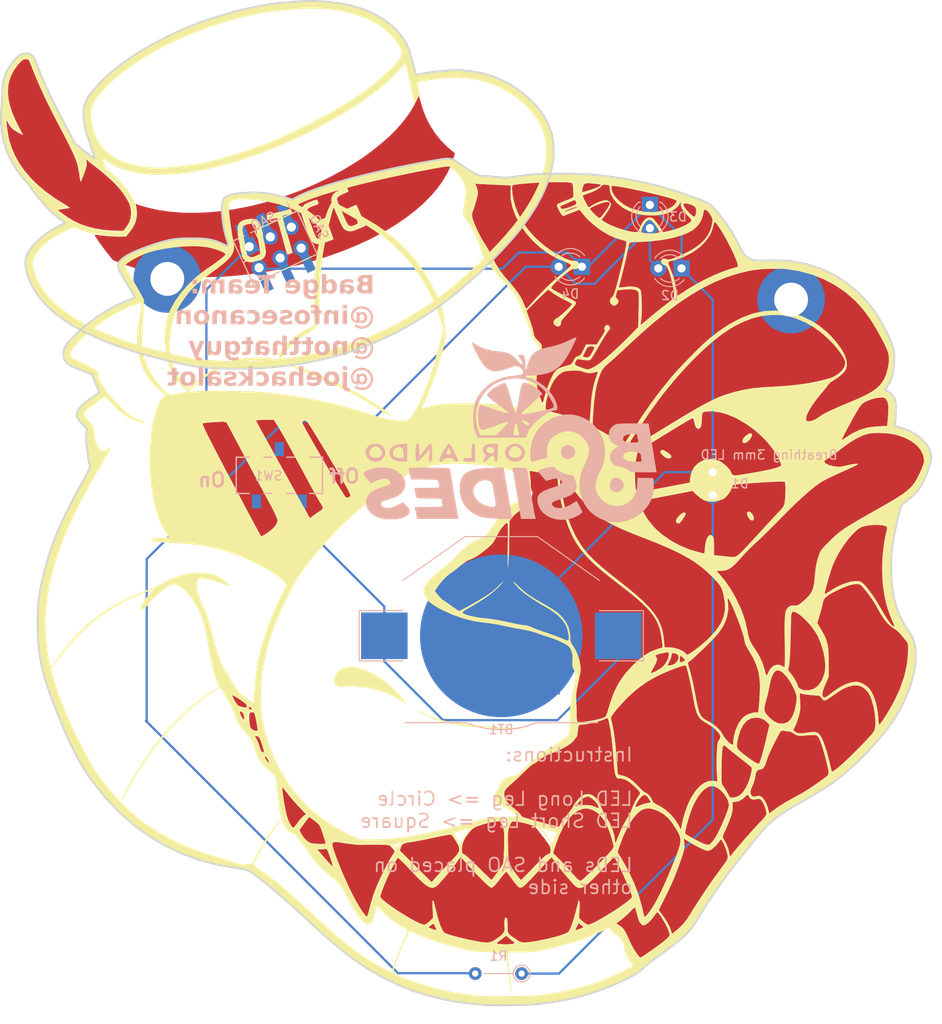
<source format=kicad_pcb>
(kicad_pcb (version 20221018) (generator pcbnew)
  (layers (0 "F.Cu" signal) (31 "B.Cu" signal) (34 "B.Paste" user) (35 "F.Paste" user) (36 "B.SilkS" user "B.Silkscreen") (37 "F.SilkS" user "F.Silkscreen") (38 "B.Mask" user) (39 "F.Mask" user) (44 "Edge.Cuts" user))
  (net 0 "")
  (net 1 "Net-(BT1--)")
  (net 2 "Net-(D1-A)")
  (net 3 "Net-(D2-A)")
  (net 4 "Net-(BT1-+)")
  (footprint "LOGO" (layer "F.Cu") (at 127.74 58.25 5)
    (fp_text reference "G***" hide)
    (fp_text value "LOGO" hide)
    (fp_poly (pts (xy 2.396304 -19.787608) (xy 2.958238 -19.781618) (xy 3.515591 -19.769964) (xy 4.048804 -19.752966) (xy 4.538317 -19.730945) (xy 4.964572 -19.70422) (xy 5.308009 -19.673112) (xy 5.341856 -19.669203) (xy 6.637641 -19.480093) (xy 7.849297 -19.230685) (xy 8.976575 -18.921118) (xy 10.019227 -18.551531) (xy 10.977004 -18.122061) (xy 11.849658 -17.632846) (xy 12.63694 -17.084025) (xy 13.338603 -16.475736) (xy 13.954398 -15.808117) (xy 14.484077 -15.081305) (xy 14.897652 -14.355409) (xy 15.005604 -14.098898) (xy 15.115325 -13.755397) (xy 15.227668 -13.321338) (xy 15.343484 -12.793154) (xy 15.463624 -12.167275) (xy 15.579658 -11.496355) (xy 15.627015 -11.214134) (xy 15.668998 -10.970942) (xy 15.702483 -10.784325) (xy 15.724346 -10.671828) (xy 15.730927 -10.646668) (xy 15.78452 -10.648455) (xy 15.921748 -10.66245) (xy 16.122509 -10.686381) (xy 16.366701 -10.717974) (xy 16.395186 -10.721797) (xy 16.679835 -10.751343) (xy 17.042582 -10.77546) (xy 17.464388 -10.794047) (xy 17.926215 -10.807003) (xy 18.409027 -10.814227) (xy 18.893784 -10.815617) (xy 19.361451 -10.811072) (xy 19.792987 -10.800491) (xy 20.169357 -10.783773) (xy 20.471523 -10.760816) (xy 20.608042 -10.744192) (xy 21.744916 -10.530455) (xy 22.815115 -10.237846) (xy 23.823702 -9.863806) (xy 24.775743 -9.40578) (xy 25.676303 -8.861209) (xy 26.530449 -8.227536) (xy 27.343246 -7.502204) (xy 27.65944 -7.184255) (xy 28.29829 -6.459807) (xy 28.83669 -5.716632) (xy 29.278209 -4.948303) (xy 29.626417 -4.148395) (xy 29.88488 -3.310479) (xy 29.939551 -3.077756) (xy 29.989952 -2.761339) (xy 30.022764 -2.369055) (xy 30.03824 -1.928252) (xy 30.03663 -1.466274) (xy 30.018185 -1.010467) (xy 29.983157 -0.588179) (xy 29.931795 -0.226753) (xy 29.912504 -0.130928) (xy 29.6476 0.844807) (xy 29.280656 1.830303) (xy 28.813595 2.822568) (xy 28.248341 3.81861) (xy 27.586818 4.815439) (xy 26.830948 5.810062) (xy 25.982656 6.799489) (xy 25.043863 7.780727) (xy 24.469964 8.334313) (xy 22.868451 9.784094) (xy 21.264796 11.130456) (xy 19.656121 12.374719) (xy 18.039548 13.518201) (xy 16.412198 14.562223) (xy 14.771193 15.508105) (xy 13.113655 16.357166) (xy 11.436705 17.110727) (xy 9.737464 17.770108) (xy 8.013056 18.336628) (xy 6.2606 18.811608) (xy 4.477219 19.196366) (xy 2.660034 19.492224) (xy 0.806168 19.700501) (xy -0.523711 19.795375) (xy -0.843408 19.809238) (xy -1.238162 19.820536) (xy -1.6868 19.829169) (xy -2.168148 19.83504) (xy -2.661034 19.838049) (xy -3.144283 19.838098) (xy -3.596723 19.835088) (xy -3.99718 19.828921) (xy -4.324481 19.819497) (xy -4.451546 19.813672) (xy -5.319935 19.759727) (xy -6.199499 19.692065) (xy -7.073979 19.612526) (xy -7.927112 19.522951) (xy -8.742639 19.425183) (xy -9.504299 19.321061) (xy -10.195831 19.212428) (xy -10.800976 19.101124) (xy -10.871716 19.086707) (xy -11.170477 19.016832) (xy -11.55391 18.914086) (xy -12.008755 18.782741) (xy -12.521746 18.627069) (xy -13.079624 18.451341) (xy -13.669124 18.259831) (xy -14.276984 18.056809) (xy -14.889942 17.846548) (xy -15.494736 17.633321) (xy -16.078103 17.421398) (xy -16.313608 17.333781) (xy -17.861015 16.725964) (xy -19.305022 16.101509) (xy -20.645644 15.460407) (xy -21.882895 14.802646) (xy -23.016788 14.128216) (xy -24.04734 13.437107) (xy -24.974562 12.729308) (xy -25.798471 12.004809) (xy -26.51908 11.2636) (xy -27.136404 10.505669) (xy -27.650457 9.731007) (xy -28.061253 8.939603) (xy -28.168134 8.68964) (xy -28.371606 8.12772) (xy -28.528842 7.564841) (xy -28.635543 7.022516) (xy -28.687414 6.522255) (xy -28.682673 6.113518) (xy -28.594591 5.673421) (xy -28.406894 5.230438) (xy -28.124453 4.789014) (xy -27.752138 4.353594) (xy -27.294819 3.928626) (xy -26.757367 3.518553) (xy -26.144652 3.127822) (xy -25.461544 2.760879) (xy -24.712915 2.422169) (xy -24.578663 2.367386) (xy -23.940625 2.111017) (xy -24.209938 1.90654) (xy -24.432759 1.721902) (xy -24.69976 1.476306) (xy -24.990046 1.190864) (xy -25.282723 0.886694) (xy -25.556898 0.58491) (xy -25.78557 0.314227) (xy -25.916156 0.144934) (xy -26.076875 -0.074412) (xy -26.259293 -0.331173) (xy -26.454974 -0.612714) (xy -26.655484 -0.906397) (xy -26.852388 -1.199587) (xy -27.03725 -1.479646) (xy -27.201637 -1.733938) (xy -27.337113 -1.949827) (xy -27.435244 -2.114675) (xy -27.487594 -2.215847) (xy -27.49201 -2.24225) (xy -27.501978 -2.287014) (xy -27.567008 -2.391469) (xy -27.674183 -2.535615) (xy -27.711853 -2.582663) (xy -28.236215 -3.291655) (xy -28.709467 -4.060692) (xy -29.11995 -4.86666) (xy -29.456001 -5.686446) (xy -29.70596 -6.496935) (xy -29.724797 -6.572577) (xy -29.907509 -7.513732) (xy -29.997973 -8.465538) (xy -29.99628 -9.438454) (xy -29.902518 -10.442939) (xy -29.764584 -11.259794) (xy -29.706349 -11.586849) (xy -29.652685 -11.951802) (xy -29.610682 -12.303085) (xy -29.591772 -12.516701) (xy -29.509276 -13.215609) (xy -29.360463 -13.848066) (xy -29.139027 -14.433463) (xy -28.838665 -14.991195) (xy -28.735222 -15.151541) (xy -28.510804 -15.459716) (xy -28.255904 -15.764541) (xy -27.98816 -16.048265) (xy -27.725213 -16.293133) (xy -27.484701 -16.481392) (xy -27.313355 -16.58259) (xy -26.99918 -16.682028) (xy -26.670725 -16.7047) (xy -26.353449 -16.654211) (xy -26.072814 -16.534164) (xy -25.881959 -16.379973) (xy -25.810572 -16.261754) (xy -25.721033 -16.04229) (xy -25.613111 -15.720955) (xy -25.504332 -15.358896) (xy -25.27561 -14.589991) (xy -25.036925 -13.834191) (xy -24.782907 -13.076857) (xy -24.508183 -12.303349) (xy -24.207384 -11.499029) (xy -23.875137 -10.649255) (xy -23.506073 -9.739388) (xy -23.09482 -8.754789) (xy -22.995154 -8.519645) (xy -22.813543 -8.091472) (xy -22.643882 -7.690056) (xy -22.490768 -7.326381) (xy -22.358798 -7.011428) (xy -22.252569 -6.75618) (xy -22.17668 -6.571619) (xy -22.135727 -6.468728) (xy -22.130606 -6.454389) (xy -22.08656 -6.397966) (xy -21.978587 -6.286505) (xy -21.819158 -6.131314) (xy -21.62074 -5.943702) (xy -21.395805 -5.734976) (xy -21.156822 -5.516445) (xy -20.91626 -5.299417) (xy -20.686589 -5.095201) (xy -20.480278 -4.915104) (xy -20.309797 -4.770435) (xy -20.187617 -4.672502) (xy -20.126205 -4.632614) (xy -20.121983 -4.632842) (xy -20.128566 -4.685516) (xy -20.155586 -4.82203) (xy -20.198925 -5.024402) (xy -20.25446 -5.274651) (xy -20.318073 -5.554794) (xy -20.385642 -5.846849) (xy -20.453048 -6.132835) (xy -20.51617 -6.394769) (xy -20.570888 -6.614668) (xy -20.611029 -6.767164) (xy -20.715943 -7.154911) (xy -20.793821 -7.471339) (xy -20.848705 -7.745154) (xy -20.884633 -8.005063) (xy -20.905645 -8.279773) (xy -20.915782 -8.597992) (xy -20.91898 -8.955464) (xy -20.919443 -9.300555) (xy -20.916732 -9.561551) (xy -20.90871 -9.759093) (xy -20.893237 -9.913823) (xy -20.868176 -10.046384) (xy -20.831389 -10.177416) (xy -20.780738 -10.327562) (xy -20.775222 -10.343299) (xy -20.631158 -10.708783) (xy -20.463934 -11.036326) (xy -20.258254 -11.34858) (xy -19.998825 -11.668199) (xy -19.670349 -12.017834) (xy -19.590622 -12.097732) (xy -18.783093 -12.844221) (xy -17.891052 -13.561898) (xy -16.910145 -14.253763) (xy -15.836016 -14.922814) (xy -14.664311 -15.572051) (xy -14.200023 -15.810442) (xy -12.521321 -16.598926) (xy -10.780953 -17.307183) (xy -8.987131 -17.93301) (xy -7.148065 -18.474208) (xy -5.271966 -18.928577) (xy -3.367044 -19.293916) (xy -1.44151 -19.568024) (xy 0.493958 -19.748531) (xy 0.878618 -19.768396) (xy 1.336935 -19.781317) (xy 1.84935 -19.787614)) (stroke (width 0.2)) (fill none) (layer "Edge.Cuts"))
  )
  (footprint "LED_THT:LED_D3.0mm_IRBlack" (layer "F.Cu") (at 168.08 60.5 -90)
    (fp_text reference "D3")
    (fp_text value "Fast Blink 3mm LED" hide)
  )
  (footprint "Connector_PinSocket_2.54mm:PinSocket_2x03_P2.54mm_Vertical" (layer "F.Cu") (at 124.226395 65.067974 115)
    (fp_text reference "SAO")
    (fp_text value "Conn_02x03_Top_Bottom" hide)
  )
  (footprint "LED_THT:LED_D3.0mm_IRBlack" (layer "F.Cu") (at 171.545 67.44 180)
    (fp_text reference "D2")
    (fp_text value "Fast Blink 3mm LED" hide)
  )
  (footprint "LED_THT:LED_D3.0mm_IRBlack" (layer "F.Cu") (at 174.96 89.715 -90)
    (fp_text reference "D1")
    (fp_text value "Breathing 3mm LED")
  )
  (footprint "LED_THT:LED_D3.0mm_IRBlack" (layer "F.Cu") (at 160.635 67.26 180)
    (fp_text reference "D4")
    (fp_text value "Fast Blink 3mm LED" hide)
  )
  (footprint "LOGO" (layer "F.Cu") (at 148.87 103.03)
    (fp_text reference "G***" hide)
    (fp_text value "LOGO" hide)
  )
  (footprint "LOGO" (layer "F.Cu") (at 148.87 103.03)
    (fp_text reference "G***" hide)
    (fp_text value "LOGO" hide)
    (fp_poly (pts (xy -2.554698 -47.561705) (xy -2.263928 -47.454186) (xy -1.942149 -47.270819) (xy -1.544395 -47.002453) (xy -1.245435 -46.793232) (xy -0.572552 -46.340373) (xy -0.024075 -46.013492) (xy 0.417984 -45.803681) (xy 0.771613 -45.702032) (xy 0.980695 -45.690758) (xy 1.22033 -45.689807) (xy 1.597047 -45.668855) (xy 2.053241 -45.631715) (xy 2.402703 -45.596641) (xy 2.838923 -45.553184) (xy 3.201205 -45.531202) (xy 3.54253 -45.532966) (xy 3.915878 -45.56075) (xy 4.374231 -45.616826) (xy 4.970568 -45.703468) (xy 5.001545 -45.708129) (xy 5.476074 -45.776432) (xy 5.908928 -45.829853) (xy 6.334557 -45.870157) (xy 6.78741 -45.899109) (xy 7.301937 -45.918472) (xy 7.912586 -45.930013) (xy 8.653807 -45.935495) (xy 9.463707 -45.936706) (xy 10.524897 -45.93226) (xy 11.423369 -45.918325) (xy 12.192371 -45.893592) (xy 12.865155 -45.856758) (xy 13.474969 -45.806513) (xy 13.876834 -45.763294) (xy 16.144444 -45.450388) (xy 18.269877 -45.058371) (xy 20.294613 -44.576991) (xy 22.260129 -43.995996) (xy 24.207904 -43.305136) (xy 24.860618 -43.04857) (xy 25.275475 -42.875268) (xy 25.596478 -42.716124) (xy 25.864297 -42.538488) (xy 26.119601 -42.309713) (xy 26.403059 -41.997152) (xy 26.755341 -41.568156) (xy 26.846629 -41.454271) (xy 27.34539 -40.817323) (xy 27.748395 -40.265811) (xy 28.093396 -39.741485) (xy 28.418146 -39.186094) (xy 28.760399 -38.541389) (xy 28.855523 -38.354687) (xy 29.113259 -37.848252) (xy 29.30682 -37.484188) (xy 29.46064 -37.229883) (xy 29.59915 -37.052722) (xy 29.746785 -36.920095) (xy 29.927976 -36.799387) (xy 30.094863 -36.700416) (xy 30.261684 -36.605959) (xy 30.413079 -36.538171) (xy 30.583729 -36.493255) (xy 30.808311 -36.467413) (xy 31.121505 -36.456846) (xy 31.55799 -36.457757) (xy 32.152443 -36.466347) (xy 32.221747 -36.467479) (xy 32.852576 -36.470147) (xy 33.486068 -36.459394) (xy 34.066173 -36.437082) (xy 34.53684 -36.405073) (xy 34.727175 -36.384223) (xy 36.33519 -36.073321) (xy 37.85756 -35.587935) (xy 39.287323 -34.933247) (xy 40.617516 -34.114438) (xy 41.841177 -33.13669) (xy 42.951343 -32.005185) (xy 43.941052 -30.725103) (xy 44.803342 -29.301626) (xy 45.138176 -28.636293) (xy 45.456757 -27.944378) (xy 45.689251 -27.379896) (xy 45.84663 -26.899837) (xy 45.939861 -26.461191) (xy 45.979916 -26.02095) (xy 45.977764 -25.536102) (xy 45.970412 -25.373298) (xy 45.886599 -24.49107) (xy 45.729799 -23.76014) (xy 45.490853 -23.146343) (xy 45.273297 -22.773259) (xy 44.958693 -22.305759) (xy 45.311058 -22.137416) (xy 45.646078 -21.888307) (xy 45.899447 -21.551525) (xy 46.011562 -21.327928) (xy 46.082143 -21.101754) (xy 46.120587 -20.818063) (xy 46.136289 -20.421918) (xy 46.138585 -20.153281) (xy 46.132598 -19.682543) (xy 46.113951 -19.238985) (xy 46.086019 -18.890073) (xy 46.069499 -18.771494) (xy 45.997299 -18.370401) (xy 46.608881 -18.200971) (xy 47.480034 -17.89481) (xy 48.250808 -17.494635) (xy 48.903973 -17.016953) (xy 49.4223 -16.478271) (xy 49.788558 -15.895094) (xy 49.985518 -15.28393) (xy 50.015444 -14.937483) (xy 49.967063 -14.538687) (xy 49.834602 -14.021055) (xy 49.637087 -13.432606) (xy 49.393543 -12.821356) (xy 49.122995 -12.235324) (xy 48.844469 -11.722527) (xy 48.595844 -11.354565) (xy 48.379503 -11.092534) (xy 48.15527 -10.854295) (xy 47.887358 -10.60736) (xy 47.539979 -10.319239) (xy 47.077348 -9.957445) (xy 46.945115 -9.855984) (xy 46.845519 -9.76138) (xy 46.757319 -9.624454) (xy 46.670386 -9.416006) (xy 46.574596 -9.106838) (xy 46.459822 -8.66775) (xy 46.315938 -8.069544) (xy 46.295694 -7.983374) (xy 46.0444 -6.851927) (xy 45.856843 -5.856255) (xy 45.727513 -4.948625) (xy 45.650899 -4.081304) (xy 45.621492 -3.206559) (xy 45.63378 -2.276656) (xy 45.634465 -2.255598) (xy 45.724303 -0.897125) (xy 45.905939 0.316738) (xy 46.189802 1.419846) (xy 46.586323 2.446057) (xy 47.105932 3.429225) (xy 47.632028 4.228243) (xy 47.930955 4.713543) (xy 48.133473 5.219903) (xy 48.258148 5.806791) (xy 48.317403 6.423553) (xy 48.304022 7.466746) (xy 48.138607 8.575142) (xy 47.817627 9.76999) (xy 47.705002 10.10681) (xy 47.218567 11.359259) (xy 46.64601 12.546563) (xy 45.969695 13.69525) (xy 45.171983 14.831853) (xy 44.235236 15.982901) (xy 43.141815 17.174925) (xy 42.718993 17.60657) (xy 41.973075 18.345228) (xy 41.292435 18.990243) (xy 40.647601 19.56347) (xy 40.009099 20.086765) (xy 39.347457 20.581985) (xy 38.6332 21.070985) (xy 37.836855 21.575621) (xy 36.92895 22.117751) (xy 35.880012 22.71923) (xy 35.648263 22.849946) (xy 34.619227 23.448876) (xy 33.75212 23.998938) (xy 33.024093 24.517036) (xy 32.412293 25.020079) (xy 31.89387 25.524972) (xy 31.627414 25.824787) (xy 30.450742 27.235203) (xy 29.397544 28.527695) (xy 28.452515 29.722939) (xy 27.600348 30.841612) (xy 26.825737 31.904392) (xy 26.113375 32.931955) (xy 25.447956 33.944979) (xy 24.814173 34.964139) (xy 24.609544 35.30502) (xy 24.292546 35.823317) (xy 23.991328 36.276585) (xy 23.684836 36.685161) (xy 23.35202 37.069379) (xy 22.971828 37.449576) (xy 22.523208 37.846085) (xy 21.985108 38.279244) (xy 21.336477 38.769386) (xy 20.556264 39.336849) (xy 20.091737 39.669112) (xy 19.629613 40.00944) (xy 19.173878 40.364254) (xy 18.775569 40.692664) (xy 18.485725 40.953779) (xy 18.474517 40.964809) (xy 18.038286 41.33432) (xy 17.472266 41.699863) (xy 16.898264 42.007078) (xy 14.970469 42.894004) (xy 13.052185 43.612503) (xy 11.105228 44.173181) (xy 9.091415 44.586642) (xy 6.972562 44.863491) (xy 6.442728 44.910903) (xy 5.988482 44.939058) (xy 5.400049 44.962037) (xy 4.717937 44.979554) (xy 3.982656 44.991324) (xy 3.234714 44.997062) (xy 2.514619 44.99648) (xy 1.862882 44.989294) (xy 1.320009 44.975219) (xy 0.926511 44.953967) (xy 0.882626 44.950119) (xy 0.002407 44.864149) (xy -0.727554 44.785325) (xy -1.35269 44.707528) (xy -1.918433 44.624638) (xy -2.470215 44.530537) (xy -3.040154 44.42175) (xy -4.894595 43.989979) (xy -6.669066 43.442838) (xy -8.381967 42.770293) (xy -10.051697 41.962309) (xy -11.696658 41.008854) (xy -13.33525 39.899894) (xy -14.985873 38.625395) (xy -16.666928 37.175323) (xy -17.162162 36.721078) (xy -17.459189 36.44498) (xy -17.845058 36.086072) (xy -18.265086 35.695228) (xy -18.587878 35.394746) (xy -19.487867 34.567099) (xy -20.373297 33.772532) (xy -21.228095 33.02436) (xy -22.036186 32.335899) (xy -22.781496 31.720462) (xy -23.447949 31.191366) (xy -24.019473 30.761924) (xy -24.479992 30.445453) (xy -24.762548 30.280074) (xy -24.993677 30.199268) (xy -25.354969 30.113663) (xy -25.781411 30.037865) (xy -25.939382 30.01566) (xy -28.083701 29.645502) (xy -30.132947 29.103929) (xy -32.087385 28.390778) (xy -33.94728 27.505887) (xy -35.712896 26.449095) (xy -37.384499 25.220239) (xy -38.962353 23.819159) (xy -40.446724 22.245692) (xy -41.837876 20.499677) (xy -42.088214 20.153282) (xy -42.660533 19.305036) (xy -43.206781 18.40003) (xy -43.741435 17.410292) (xy -44.278974 16.307848) (xy -44.833875 15.064725) (xy -45.304667 13.938767) (xy -45.859813 12.551745) (xy -46.330471 11.312742) (xy -46.722883 10.195886) (xy -47.043287 9.175302) (xy -47.297926 8.225117) (xy -47.493039 7.319457) (xy -47.634867 6.432449) (xy -47.729651 5.538218) (xy -47.78363 4.610891) (xy -47.803045 3.624594) (xy -47.803203 3.579537) (xy -47.80097 2.920366) (xy -47.791327 2.274498) (xy -47.775507 1.687924) (xy -47.754744 1.206636) (xy -47.730912 0.882626) (xy -47.574929 -0.213318) (xy -47.332008 -1.429461) (xy -47.015408 -2.717387) (xy -46.638392 -4.028682) (xy -46.21422 -5.31493) (xy -45.756153 -6.527717) (xy -45.595399 -6.913899) (xy -45.262022 -7.660787) (xy -44.852108 -8.526299) (xy -44.390531 -9.461174) (xy -43.902164 -10.416148) (xy -43.411881 -11.341957) (xy -42.944556 -12.18934) (xy -42.831407 -12.388074) (xy -42.528454 -12.92449) (xy -42.317121 -13.322094) (xy -42.18526 -13.608517) (xy -42.120725 -13.811388) (xy -42.111368 -13.958339) (xy -42.119991 -14.006221) (xy -42.212856 -14.446689) (xy -42.301816 -14.993372) (xy -42.381087 -15.593739) (xy -42.444888 -16.195264) (xy -42.487435 -16.745419) (xy -42.502946 -17.191674) (xy -42.49487 -17.41147) (xy -42.435596 -18.046214) (xy -42.989227 -18.626637) (xy -43.287587 -18.958512) (xy -43.460817 -19.206932) (xy -43.534889 -19.413499) (xy -43.542857 -19.513419) (xy -43.491643 -19.86002) (xy -43.327293 -20.20164) (xy -43.033742 -20.556711) (xy -42.594926 -20.943663) (xy -41.994781 -21.380927) (xy -41.802123 -21.510586) (xy -41.482226 -21.733237) (xy -41.236984 -21.923473) (xy -41.104241 -22.05109) (xy -41.091119 -22.078038) (xy -41.1337 -22.2221) (xy -41.238117 -22.450534) (xy -41.257244 -22.487302) (xy -41.38196 -22.755375) (xy -41.528865 -23.116591) (xy -41.626744 -23.381968) (xy -41.83012 -23.962779) (xy -42.85811 -24.369426) (xy -43.445251 -24.605804) (xy -43.8805 -24.793071) (xy -44.196606 -24.948283) (xy -44.42632 -25.088497) (xy -44.60239 -25.230769) (xy -44.700227 -25.328829) (xy -44.948198 -25.729608) (xy -45.024083 -26.201607) (xy -44.928276 -26.722662) (xy -44.665795 -27.26332) (xy -44.467351 -27.521125) (xy -44.148571 -27.870527) (xy -43.741875 -28.280095) (xy -43.279682 -28.718398) (xy -42.794414 -29.154005) (xy -42.31849 -29.555483) (xy -42.218919 -29.635582) (xy -41.30072 -30.311596) (xy -40.309299 -30.943531) (xy -39.299975 -31.499724) (xy -38.328066 -31.94851) (xy -37.874135 -32.122482) (xy -37.552331 -32.240953) (xy -37.310005 -32.339278) (xy -37.201954 -32.394699) (xy -37.231805 -32.492361) (xy -37.349903 -32.725635) (xy -37.539658 -33.064363) (xy -37.784478 -33.47839) (xy -37.922993 -33.705256) (xy -38.30368 -34.328233) (xy -38.588835 -34.812436) (xy -38.790079 -35.183372) (xy -38.91903 -35.46655) (xy -38.987309 -35.68748) (xy -39.006535 -35.871669) (xy -38.988416 -36.044163) (xy -38.843404 -36.361629) (xy -38.52363 -36.686876) (xy -38.025073 -37.022207) (xy -37.343711 -37.369927) (xy -36.475523 -37.73234) (xy -35.416487 -38.111751) (xy -35.32951 -38.140871) (xy -34.540551 -38.395563) (xy -33.878951 -38.585241) (xy -33.29048 -38.719023) (xy -32.720908 -38.806028) (xy -32.116004 -38.855372) (xy -31.421537 -38.876175) (xy -30.940926 -38.878751) (xy -30.122455 -38.86587) (xy -29.453778 -38.822673) (xy -28.88981 -38.741007) (xy -28.385462 -38.612717) (xy -27.895646 -38.429651) (xy -27.533011 -38.262458) (xy -27.228395 -38.115891) (xy -27.059728 -38.051364) (xy -26.986821 -38.064626) (xy -26.969487 -38.151427) (xy -26.969112 -38.202813) (xy -27.006591 -38.431699) (xy -27.099504 -38.727538) (xy -27.127941 -38.799027) (xy -27.252315 -39.180567) (xy -27.374316 -39.701852) (xy -27.484792 -40.306607) (xy -27.574594 -40.938556) (xy -27.634571 -41.541423) (xy -27.655598 -42.044264) (xy -27.638796 -42.551227) (xy -27.573034 -42.942661) (xy -27.43528 -43.236895) (xy -27.202501 -43.45226) (xy -26.851665 -43.607086) (xy -26.359739 -43.719705) (xy -25.70369 -43.808446) (xy -25.398568 -43.840522) (xy -24.294627 -43.904622) (xy -23.235632 -43.863119) (xy -22.159388 -43.70985) (xy -21.003701 -43.438654) (xy -20.816556 -43.386545) (xy -19.910719 -43.129664) (xy -19.548376 -43.343452) (xy -18.957121 -43.648353) (xy -18.187444 -43.974096) (xy -17.255442 -44.316378) (xy -16.177215 -44.670898) (xy -14.96886 -45.033353) (xy -13.646476 -45.399441) (xy -12.226162 -45.764861) (xy -10.724015 -46.125312) (xy -9.156133 -46.47649) (xy -7.538617 -46.814094) (xy -5.887563 -47.133822) (xy -4.306992 -47.416346) (xy -3.690606 -47.520698) (xy -3.223072 -47.58581) (xy -2.859424 -47.602529)) (stroke (width 0.2)) (fill none) (layer "Edge.Cuts"))
  )
  (footprint "LOGO" (layer "F.Cu") (at 148.87 103.03)
    (fp_text reference "G***" hide)
    (fp_text value "LOGO" hide)
  )
  (footprint "Resistor_THT:R_Axial_DIN0204_L3.6mm_D1.6mm_P5.08mm_Vertical" (layer "B.Cu") (at 154.04 144.56 180)
    (fp_text reference "R1")
    (fp_text value "56 Ohm")
  )
  (footprint "Connector_PinSocket_2.54mm:PinSocket_2x03_P2.54mm_Vertical_SMD" (layer "B.Cu") (at 127.06 65.17 115)
    (fp_text reference "SAO")
    (fp_text value "Conn_02x03_Top_Bottom")
  )
  (footprint "MountingHole:MountingHole_3.7mm_Pad_TopOnly" (layer "B.Cu") (at 115.25 68.59 180)
    (fp_text reference "REF**" hide)
    (fp_text value "MountingHole_3.7mm_Pad_Top" hide)
  )
  (footprint "MountingHole:MountingHole_3.7mm_Pad_TopOnly" (layer "B.Cu") (at 183.54 70.85 180)
    (fp_text reference "REF**" hide)
    (fp_text value "MountingHole_3.7mm_Pad_TopOnly" hide)
  )
  (footprint "Power Switch:SOIC6_SW6_MST22D18G2_SHN" (layer "B.Cu") (at 127.517499 90.07 -90)
    (fp_text reference "SW1")
    (fp_text value "MST22D18G2 125" hide)
  )
  (footprint "Battery:BatteryHolder_Keystone_3002_1x2032" (layer "B.Cu") (at 151.81 107.62)
    (fp_text reference "BT1")
    (fp_text value "Battery_Cell" hide)
  )
  (gr_poly (pts (xy 150.477347 89.249843) (xy 150.038897 89.271407) (xy 149.638018 89.304884) (xy 149.451268 89.32637) (xy 149.27343 89.351171) (xy 149.104344 89.379399) (xy 148.943851 89.411167) (xy 148.791789 89.446587) (xy 148.648 89.485771) (xy 148.512322 89.528832) (xy 148.384595 89.575882) (xy 148.264661 89.627033) (xy 148.152357 89.682398) (xy 148.047525 89.742088) (xy 147.950004 89.806217) (xy 147.859634 89.874897) (xy 147.776255 89.94824) (xy 147.699707 90.026357) (xy 147.629829 90.109363) (xy 147.566462 90.197368) (xy 147.509444 90.290486) (xy 147.458618 90.388829) (xy 147.413821 90.492508) (xy 147.374894 90.601636) (xy 147.341677 90.716327) (xy 147.314009 90.836691) (xy 147.291731 90.962841) (xy 147.274683 91.09489) (xy 147.262703 91.23295) (xy 147.255633 91.377133) (xy 147.253312 91.527552) (xy 147.25596 91.666716) (xy 147.263863 91.803931) (xy 147.276963 91.939122) (xy 147.295198 92.072213) (xy 147.31851 92.203129) (xy 147.346839 92.331795) (xy 147.380125 92.458135) (xy 147.418307 92.582075) (xy 147.461328 92.703538) (xy 147.509126 92.82245) (xy 147.561641 92.938736) (xy 147.618815 93.052319) (xy 147.680588 93.163126) (xy 147.746899 93.271079) (xy 147.817689 93.376105) (xy 147.892898 93.478128) (xy 147.972467 93.577072) (xy 148.056335 93.672863) (xy 148.144443 93.765425) (xy 148.236732 93.854683) (xy 148.33314 93.940561) (xy 148.43361 94.022984) (xy 148.53808 94.101877) (xy 148.646492 94.177165) (xy 148.758785 94.248772) (xy 148.874899 94.316623) (xy 148.994776 94.380643) (xy 149.118354 94.440757) (xy 149.245576 94.496888) (xy 149.376379 94.548963) (xy 149.510706 94.596905) (xy 149.648496 94.64064) (xy 149.780741 94.671865) (xy 149.95725 94.701685) (xy 150.170738 94.729765) (xy 150.413919 94.75577) (xy 150.960224 94.800218) (xy 151.537886 94.832353) (xy 152.088626 94.849497) (xy 152.554167 94.848975) (xy 152.736775 94.841252) (xy 152.876229 94.828108) (xy 152.965244 94.80921) (xy 152.98856 94.797497) (xy 152.996534 94.784221) (xy 152.881506 94.065502) (xy 152.739294 93.210126) (xy 151.189004 93.210126) (xy 151.187863 93.254099) (xy 151.184543 93.294152) (xy 151.178966 93.330414) (xy 151.171057 93.363015) (xy 151.160738 93.392086) (xy 151.147934 93.417758) (xy 151.132568 93.44016) (xy 151.114563 93.459423) (xy 151.093843 93.475676) (xy 151.070331 93.489051) (xy 151.043952 93.499677) (xy 151.014627 93.507685) (xy 150.982282 93.513205) (xy 150.94684 93.516368) (xy 150.908223 93.517302) (xy 150.866356 93.51614) (xy 150.821162 93.51301) (xy 150.772565 93.508044) (xy 150.664854 93.493122) (xy 150.542612 93.472416) (xy 150.402315 93.444797) (xy 150.266651 93.411077) (xy 150.135779 93.371542) (xy 150.009857 93.326478) (xy 149.889046 93.27617) (xy 149.773504 93.220903) (xy 149.663389 93.160965) (xy 149.558861 93.096639) (xy 149.460079 93.028212) (xy 149.367201 92.95597) (xy 149.280387 92.880197) (xy 149.199795 92.80118) (xy 149.125584 92.719204) (xy 149.057914 92.634554) (xy 148.996943 92.547517) (xy 148.942831 92.458378) (xy 148.895735 92.367423) (xy 148.855816 92.274937) (xy 148.823231 92.181205) (xy 148.798141 92.086514) (xy 148.780703 91.991149) (xy 148.771078 91.895396) (xy 148.769423 91.79954) (xy 148.775898 91.703867) (xy 148.790661 91.608662) (xy 148.813872 91.514211) (xy 148.84569 91.4208) (xy 148.886273 91.328714) (xy 148.93578 91.238239) (xy 148.994371 91.149661) (xy 149.062204 91.063264) (xy 149.139438 90.979336) (xy 149.194558 90.928051) (xy 149.252067 90.880645) (xy 149.311716 90.837093) (xy 149.373253 90.797374) (xy 149.43643 90.761465) (xy 149.500997 90.729343) (xy 149.566704 90.700985) (xy 149.633302 90.676368) (xy 149.70054 90.655471) (xy 149.768168 90.63827) (xy 149.835938 90.624742) (xy 149.903599 90.614865) (xy 149.970901 90.608616) (xy 150.037595 90.605972) (xy 150.103432 90.606911) (xy 150.16816 90.61141) (xy 150.231531 90.619447) (xy 150.293294 90.630998) (xy 150.353201 90.64604) (xy 150.411001 90.664552) (xy 150.466444 90.686511) (xy 150.51928 90.711893) (xy 150.569261 90.740676) (xy 150.616136 90.772837) (xy 150.659655 90.808354) (xy 150.699569 90.847204) (xy 150.735628 90.889364) (xy 150.767582 90.934812) (xy 150.795181 90.983524) (xy 150.818175 91.035478) (xy 150.836316 91.090652) (xy 150.849353 91.149023) (xy 150.961117 91.754345) (xy 151.097355 92.526091) (xy 151.12884 92.701559) (xy 151.154359 92.856655) (xy 151.1733 92.99242) (xy 151.185053 93.109896) (xy 151.188042 93.162102) (xy 151.189004 93.210126) (xy 152.739294 93.210126) (xy 152.604952 92.402089) (xy 152.306368 90.629358) (xy 152.13505 89.634899) (xy 152.06326 89.191106)) (fill solid) (layer "B.SilkS"))
  (gr_poly (pts (xy 165.583682 84.395408) (xy 165.346841 84.397565) (xy 165.14041 84.401348) (xy 164.961475 84.407195) (xy 164.881406 84.411031) (xy 164.807118 84.415548) (xy 164.738246 84.420801) (xy 164.674425 84.426845) (xy 164.615291 84.433735) (xy 164.560479 84.441526) (xy 164.509626 84.450273) (xy 164.462365 84.460031) (xy 164.418334 84.470855) (xy 164.377167 84.4828) (xy 164.3385 84.495921) (xy 164.301968 84.510273) (xy 164.267208 84.525911) (xy 164.233854 84.542889) (xy 164.201542 84.561263) (xy 164.169908 84.581088) (xy 164.138587 84.602419) (xy 164.107214 84.62531) (xy 164.042857 84.675995) (xy 163.97392 84.733582) (xy 163.915769 84.785933) (xy 163.862433 84.841261) (xy 163.813873 84.899333) (xy 163.770047 84.959915) (xy 163.730916 85.022772) (xy 163.696437 85.08767) (xy 163.666572 85.154375) (xy 163.641279 85.222653) (xy 163.620517 85.292269) (xy 163.604246 85.36299) (xy 163.592425 85.43458) (xy 163.585014 85.506806) (xy 163.581972 85.579433) (xy 163.583258 85.652228) (xy 163.588832 85.724956) (xy 163.598653 85.797383) (xy 163.61268 85.869275) (xy 163.630874 85.940396) (xy 163.653192 86.010514) (xy 163.679595 86.079394) (xy 163.710042 86.146802) (xy 163.744493 86.212503) (xy 163.782906 86.276264) (xy 163.825241 86.33785) (xy 163.871457 86.397026) (xy 163.921515 86.453559) (xy 163.975372 86.507215) (xy 164.032989 86.557759) (xy 164.094325 86.604956) (xy 164.159339 86.648574) (xy 164.227991 86.688377) (xy 164.30024 86.724131) (xy 164.659191 86.88729) (xy 164.261081 87.128766) (xy 164.181797 87.181172) (xy 164.109097 87.237803) (xy 164.042913 87.298296) (xy 163.983174 87.362289) (xy 163.929812 87.429417) (xy 163.882758 87.499317) (xy 163.841941 87.571627) (xy 163.807293 87.645982) (xy 163.778745 87.722021) (xy 163.756226 87.799378) (xy 163.739668 87.877692) (xy 163.729002 87.956598) (xy 163.724158 88.035734) (xy 163.725066 88.114735) (xy 163.731659 88.19324) (xy 163.743865 88.270884) (xy 163.761616 88.347305) (xy 163.784843 88.422139) (xy 163.813476 88.495022) (xy 163.847446 88.565592) (xy 163.886684 88.633485) (xy 163.93112 88.698338) (xy 163.980685 88.759787) (xy 164.035309 88.81747) (xy 164.094924 88.871022) (xy 164.15946 88.920082) (xy 164.228848 88.964285) (xy 164.303019 89.003268) (xy 164.381902 89.036668) (xy 164.46543 89.064122) (xy 164.553532 89.085265) (xy 164.646139 89.099736) (xy 164.709911 89.1085) (xy 164.776054 89.119978) (xy 164.844033 89.13398) (xy 164.913312 89.150315) (xy 164.983356 89.168792) (xy 165.05363 89.189219) (xy 165.123597 89.211404) (xy 165.192723 89.235158) (xy 165.260473 89.260289) (xy 165.32631 89.286604) (xy 165.3897 89.313915) (xy 165.450108 89.342028) (xy 165.506997 89.370753) (xy 165.559833 89.399899) (xy 165.60808 89.429274) (xy 165.651202 89.458688) (xy 165.713585 89.503858) (xy 165.774592 89.544104) (xy 165.835904 89.579705) (xy 165.899205 89.610936) (xy 165.966177 89.638076) (xy 166.038502 89.661401) (xy 166.117864 89.681189) (xy 166.205945 89.697717) (xy 166.304427 89.711262) (xy 166.414993 89.722101) (xy 166.539326 89.730513) (xy 166.679108 89.736773) (xy 167.01175 89.74395) (xy 167.42638 89.745849) (xy 168.823028 89.745849) (xy 168.757763 89.386898) (xy 168.604164 88.446962) (xy 167.188385 88.446962) (xy 167.1867 88.458444) (xy 167.183578 88.469226) (xy 167.178955 88.47933) (xy 167.172767 88.488775) (xy 167.164952 88.497582) (xy 167.155446 88.505771) (xy 167.131107 88.520378) (xy 167.099245 88.532756) (xy 167.059352 88.54307) (xy 167.010922 88.551482) (xy 166.953448 88.558153) (xy 166.886423 88.563247) (xy 166.809342 88.566926) (xy 166.721696 88.569353) (xy 166.512686 88.571099) (xy 166.415607 88.569943) (xy 166.321445 88.566513) (xy 166.230284 88.560871) (xy 166.142211 88.553075) (xy 166.057312 88.543186) (xy 165.975673 88.531262) (xy 165.897381 88.517364) (xy 165.82252 88.501552) (xy 165.751177 88.483886) (xy 165.683439 88.464424) (xy 165.619391 88.443227) (xy 165.559119 88.420355) (xy 165.502709 88.395867) (xy 165.450248 88.369823) (xy 165.401821 88.342283) (xy 165.357515 88.313307) (xy 165.317415 88.282953) (xy 165.281607 88.251284) (xy 165.250178 88.218356) (xy 165.223214 88.184232) (xy 165.2008 88.14897) (xy 165.183023 88.11263) (xy 165.169969 88.075271) (xy 165.161723 88.036955) (xy 165.158372 87.997739) (xy 165.160002 87.957685) (xy 165.166699 87.916852) (xy 165.178549 87.875299) (xy 165.195638 87.833086) (xy 165.218052 87.790274) (xy 165.245876 87.746922) (xy 165.279198 87.703089) (xy 165.310242 87.671419) (xy 165.347972 87.642463) (xy 165.391885 87.616182) (xy 165.441478 87.592535) (xy 165.496248 87.571485) (xy 165.555692 87.55299) (xy 165.619306 87.537012) (xy 165.686587 87.523511) (xy 165.830141 87.503784) (xy 165.982327 87.493492) (xy 166.139121 87.492321) (xy 166.296499 87.499955) (xy 166.450435 87.516078) (xy 166.596904 87.540375) (xy 166.731882 87.572531) (xy 166.793804 87.591457) (xy 166.851344 87.612229) (xy 166.903999 87.634809) (xy 166.951265 87.659155) (xy 166.99264 87.68523) (xy 167.02762 87.712993) (xy 167.055703 87.742406) (xy 167.076385 87.773428) (xy 167.089163 87.80602) (xy 167.093534 87.840144) (xy 167.093912 87.873827) (xy 167.095026 87.90862) (xy 167.099347 87.980461) (xy 167.106268 88.053526) (xy 167.115561 88.125673) (xy 167.126995 88.194761) (xy 167.133443 88.227488) (xy 167.140341 88.258648) (xy 167.147659 88.287972) (xy 167.155369 88.315193) (xy 167.163443 88.340043) (xy 167.171851 88.362254) (xy 167.182015 88.393639) (xy 167.187695 88.42182) (xy 167.188385 88.446962) (xy 168.604164 88.446962) (xy 168.320495 86.711078) (xy 168.262033 86.353249) (xy 166.812797 86.353249) (xy 166.810826 86.367917) (xy 166.807372 86.381437) (xy 166.802338 86.393855) (xy 166.795627 86.405217) (xy 166.787143 86.415572) (xy 166.776789 86.424964) (xy 166.764468 86.433441) (xy 166.750083 86.441049) (xy 166.733537 86.447834) (xy 166.714734 86.453845) (xy 166.669969 86.463725) (xy 166.615013 86.471062) (xy 166.549091 86.476229) (xy 166.471429 86.479599) (xy 166.381253 86.481545) (xy 166.16026 86.482654) (xy 166.009586 86.480085) (xy 165.872946 86.474649) (xy 165.749844 86.466076) (xy 165.693213 86.460531) (xy 165.639781 86.454101) (xy 165.589484 86.446753) (xy 165.542261 86.438454) (xy 165.49805 86.42917) (xy 165.456787 86.418868) (xy 165.418412 86.407515) (xy 165.382862 86.395076) (xy 165.350075 86.381519) (xy 165.319988 86.36681) (xy 165.29254 86.350916) (xy 165.267669 86.333802) (xy 165.245311 86.315436) (xy 165.225406 86.295785) (xy 165.207891 86.274814) (xy 165.192704 86.25249) (xy 165.179783 86.22878) (xy 165.169065 86.203651) (xy 165.160489 86.177068) (xy 165.153992 86.148999) (xy 165.149512 86.119409) (xy 165.146988 86.088267) (xy 165.146356 86.055537) (xy 165.147555 86.021186) (xy 165.150522 85.985182) (xy 165.155196 85.947491) (xy 165.164227 85.913698) (xy 165.181171 85.880898) (xy 165.205491 85.849163) (xy 165.236649 85.818569) (xy 165.274107 85.789188) (xy 165.317327 85.761096) (xy 165.365772 85.734367) (xy 165.418903 85.709073) (xy 165.537076 85.663092) (xy 165.667544 85.623746) (xy 165.806003 85.591627) (xy 165.948153 85.567328) (xy 166.089691 85.551442) (xy 166.226315 85.544562) (xy 166.353723 85.54728) (xy 166.412626 85.552424) (xy 166.467613 85.56019) (xy 166.518144 85.570651) (xy 166.563683 85.583883) (xy 166.603691 85.599959) (xy 166.63763 85.618953) (xy 166.664964 85.640939) (xy 166.685154 85.665992) (xy 166.697662 85.694185) (xy 166.701951 85.725593) (xy 166.702402 85.744062) (xy 166.703723 85.765044) (xy 166.708783 85.813597) (xy 166.71675 85.869339) (xy 166.727241 85.930359) (xy 166.739873 85.994743) (xy 166.754264 86.060581) (xy 166.770032 86.125959) (xy 166.786794 86.188967) (xy 166.798902 86.238513) (xy 166.807788 86.28216) (xy 166.812678 86.320281) (xy 166.812797 86.353249) (xy 168.262033 86.353249) (xy 167.941965 84.39421) (xy 166.16026 84.39421)) (fill solid) (layer "B.SilkS"))
  (gr_poly (pts (xy 143.543072 89.224008) (xy 143.211029 89.224986) (xy 142.919674 89.22692) (xy 142.666483 89.230059) (xy 142.553411 89.232158) (xy 142.448933 89.234651) (xy 142.352734 89.23757) (xy 142.264498 89.240945) (xy 142.183911 89.244808) (xy 142.110656 89.249189) (xy 142.044419 89.25412) (xy 141.984883 89.259632) (xy 141.931734 89.265756) (xy 141.884655 89.272522) (xy 141.843331 89.279963) (xy 141.824729 89.283946) (xy 141.807447 89.288109) (xy 141.791446 89.292456) (xy 141.776687 89.296991) (xy 141.76313 89.301717) (xy 141.750736 89.30664) (xy 141.739466 89.311761) (xy 141.729279 89.317087) (xy 141.720136 89.322619) (xy 141.711999 89.328363) (xy 141.704827 89.334322) (xy 141.698581 89.3405) (xy 141.693222 89.346901) (xy 141.68871 89.353529) (xy 141.685006 89.360387) (xy 141.682071 89.36748) (xy 141.679864 89.374811) (xy 141.678347 89.382385) (xy 141.67748 89.390204) (xy 141.677224 89.398274) (xy 141.677539 89.406598) (xy 141.678386 89.415179) (xy 141.681517 89.433131) (xy 141.686302 89.452161) (xy 141.702121 89.506169) (xy 141.719851 89.573409) (xy 141.758907 89.736874) (xy 141.799187 89.921143) (xy 141.836408 90.1048) (xy 141.921252 90.529015) (xy 143.415793 90.529015) (xy 143.614267 90.529485) (xy 143.796402 90.53094) (xy 143.962687 90.533446) (xy 144.113608 90.537071) (xy 144.249654 90.541881) (xy 144.371312 90.547944) (xy 144.479069 90.555326) (xy 144.573414 90.564094) (xy 144.654833 90.574316) (xy 144.690848 90.579992) (xy 144.723814 90.586057) (xy 144.753793 90.592519) (xy 144.780845 90.599386) (xy 144.805032 90.606666) (xy 144.826414 90.614368) (xy 144.845052 90.6225) (xy 144.861007 90.631071) (xy 144.874341 90.640089) (xy 144.885113 90.649562) (xy 144.893386 90.659499) (xy 144.899219 90.669907) (xy 144.902675 90.680796) (xy 144.903813 90.692174) (xy 144.904264 90.71057) (xy 144.905585 90.731345) (xy 144.910645 90.779159) (xy 144.918612 90.833856) (xy 144.929103 90.893677) (xy 144.941735 90.956863) (xy 144.956126 91.021656) (xy 144.971893 91.086295) (xy 144.988654 91.149023) (xy 145.011268 91.245962) (xy 145.014725 91.285183) (xy 145.010478 91.31881) (xy 145.004885 91.333661) (xy 144.99667 91.347276) (xy 144.985601 91.359707) (xy 144.971447 91.371009) (xy 144.932955 91.390439) (xy 144.879338 91.405998) (xy 144.808743 91.418116) (xy 144.719314 91.427222) (xy 144.609197 91.433747) (xy 144.476537 91.43812) (xy 144.13617 91.442136) (xy 143.683376 91.442709) (xy 142.299783 91.442709) (xy 142.371572 91.866925) (xy 142.387072 91.955873) (xy 142.403796 92.044973) (xy 142.421132 92.131932) (xy 142.438468 92.214456) (xy 142.455192 92.290248) (xy 142.470693 92.357016) (xy 142.484358 92.412465) (xy 142.495575 92.4543) (xy 142.507179 92.475491) (xy 142.527531 92.495038) (xy 142.556964 92.512979) (xy 142.595815 92.529353) (xy 142.644417 92.544197) (xy 142.703105 92.557549) (xy 142.772214 92.569448) (xy 142.852077 92.579933) (xy 143.045409 92.59681) (xy 143.285777 92.608486) (xy 143.575857 92.615268) (xy 143.918327 92.61746) (xy 144.143518 92.617736) (xy 144.342886 92.618748) (xy 144.517992 92.620773) (xy 144.670392 92.624089) (xy 144.738564 92.626317) (xy 144.801644 92.628972) (xy 144.859828 92.632088) (xy 144.913309 92.635701) (xy 144.962282 92.639844) (xy 145.006942 92.644552) (xy 145.047485 92.64986) (xy 145.084104 92.655802) (xy 145.116995 92.662414) (xy 145.146352 92.66973) (xy 145.17237 92.677784) (xy 145.195244 92.686611) (xy 145.205563 92.691326) (xy 145.215169 92.696246) (xy 145.224086 92.701378) (xy 145.232339 92.706724) (xy 145.239952 92.71229) (xy 145.24695 92.718079) (xy 145.253356 92.724096) (xy 145.259195 92.730345) (xy 145.264492 92.736831) (xy 145.269271 92.743558) (xy 145.273555 92.750531) (xy 145.277371 92.757752) (xy 145.28369 92.772962) (xy 145.288424 92.789223) (xy 145.291767 92.806568) (xy 145.293913 92.825033) (xy 145.295058 92.844653) (xy 145.295397 92.865461) (xy 145.295774 92.891959) (xy 145.296888 92.919891) (xy 145.301209 92.979062) (xy 145.30813 93.040986) (xy 145.317422 93.103675) (xy 145.328856 93.165141) (xy 145.335304 93.194793) (xy 145.342201 93.223394) (xy 145.34952 93.250694) (xy 145.35723 93.276446) (xy 145.365303 93.3004) (xy 145.373712 93.322309) (xy 145.383961 93.354769) (xy 145.386879 93.383749) (xy 145.381096 93.40944) (xy 145.365247 93.432034) (xy 145.337964 93.451722) (xy 145.29788 93.468695) (xy 145.243628 93.483143) (xy 145.173841 93.495259) (xy 145.087151 93.505234) (xy 144.982192 93.513258) (xy 144.711997 93.52422) (xy 144.352319 93.529676) (xy 143.892221 93.531155) (xy 142.332416 93.531155) (xy 142.462943 94.183792) (xy 142.586943 94.836431) (xy 147.142362 94.836431) (xy 147.064047 94.47748) (xy 146.883653 93.478637) (xy 146.594963 91.773108) (xy 146.327075 90.13733) (xy 146.209091 89.347739) (xy 146.197992 89.334515) (xy 146.165267 89.321799) (xy 146.038385 89.298076) (xy 145.835327 89.276955) (xy 145.562978 89.258816) (xy 145.22822 89.244042) (xy 144.837937 89.233016) (xy 144.399011 89.22612) (xy 143.918327 89.223737)) (fill solid) (layer "B.SilkS"))
  (gr_poly (pts (xy 142.62628 86.541825) (xy 142.608154 86.551181) (xy 142.59022 86.567496) (xy 142.572594 86.59069) (xy 142.555393 86.620681) (xy 142.538735 86.657388) (xy 142.507514 86.750624) (xy 142.47987 86.86975) (xy 142.456737 87.014115) (xy 142.439054 87.183068) (xy 142.427757 87.37596) (xy 142.423784 87.59214) (xy 142.425162 87.802511) (xy 142.429915 87.985941) (xy 142.43897 88.142718) (xy 142.445401 88.211201) (xy 142.453255 88.273128) (xy 142.462648 88.328535) (xy 142.473696 88.377458) (xy 142.486515 88.419932) (xy 142.501221 88.455994) (xy 142.51793 88.48568) (xy 142.536758 88.509024) (xy 142.55782 88.526064) (xy 142.581233 88.536835) (xy 142.607113 88.541372) (xy 142.635575 88.539713) (xy 142.666735 88.531891) (xy 142.70071 88.517944) (xy 142.737615 88.497907) (xy 142.777565 88.471817) (xy 142.820678 88.439708) (xy 142.867069 88.401616) (xy 142.916854 88.357579) (xy 142.970148 88.307631) (xy 143.08773 88.190146) (xy 143.220741 88.04945) (xy 143.37011 87.885828) (xy 143.990118 87.200558) (xy 143.911801 87.885828) (xy 143.899426 87.989244) (xy 143.889289 88.08204) (xy 143.881485 88.164759) (xy 143.878487 88.20251) (xy 143.876109 88.237946) (xy 143.874361 88.271136) (xy 143.873257 88.302148) (xy 143.872807 88.331049) (xy 143.873024 88.357907) (xy 143.87392 88.382792) (xy 143.875506 88.40577) (xy 143.877796 88.426911) (xy 143.880799 88.446281) (xy 143.88453 88.46395) (xy 143.888999 88.479986) (xy 143.894218 88.494456) (xy 143.9002 88.507428) (xy 143.906956 88.518972) (xy 143.914499 88.529154) (xy 143.92284 88.538043) (xy 143.931991 88.545707) (xy 143.941964 88.552215) (xy 143.952771 88.557634) (xy 143.964425 88.562032) (xy 143.976936 88.565478) (xy 143.990317 88.568039) (xy 144.004581 88.569785) (xy 144.019738 88.570782) (xy 144.035801 88.571099) (xy 144.068334 88.569068) (xy 144.097521 88.562495) (xy 144.123534 88.550664) (xy 144.146546 88.532858) (xy 144.166727 88.508361) (xy 144.184251 88.476453) (xy 144.199289 88.43642) (xy 144.212014 88.387544) (xy 144.222597 88.329108) (xy 144.231211 88.260394) (xy 144.238027 88.180686) (xy 144.243218 88.089267) (xy 144.249413 87.868428) (xy 144.251172 87.59214) (xy 144.249458 87.381552) (xy 144.243881 87.197523) (xy 144.233792 87.039841) (xy 144.226852 86.970815) (xy 144.218541 86.908297) (xy 144.208776 86.85226) (xy 144.197476 86.80268) (xy 144.184561 86.759528) (xy 144.16995 86.722779) (xy 144.15356 86.692407) (xy 144.13531 86.668385) (xy 144.11512 86.650687) (xy 144.092908 86.639287) (xy 144.068592 86.634159) (xy 144.042093 86.635275) (xy 144.013327 86.642611) (xy 143.982214 86.656139) (xy 143.948673 86.675833) (xy 143.912623 86.701667) (xy 143.873982 86.733615) (xy 143.832668 86.771651) (xy 143.788602 86.815747) (xy 143.741701 86.865878) (xy 143.639069 86.98414) (xy 143.524125 87.126226) (xy 143.396216 87.291926) (xy 142.880632 87.970671) (xy 142.841473 87.291926) (xy 142.826027 87.090519) (xy 142.804787 86.921502) (xy 142.778691 86.784225) (xy 142.748676 86.678037) (xy 142.732491 86.636399) (xy 142.715677 86.602289) (xy 142.698352 86.575627) (xy 142.680633 86.55633) (xy 142.662636 86.544319) (xy 142.644479 86.539511)) (fill solid) (layer "B.SilkS"))
  (gr_poly (pts (xy 157.304766 89.152762) (xy 157.208163 89.161827) (xy 157.102639 89.176178) (xy 156.988378 89.195826) (xy 156.865561 89.220779) (xy 156.734369 89.251048) (xy 156.594983 89.286642) (xy 156.447587 89.327571) (xy 156.29236 89.373843) (xy 156.199436 89.403227) (xy 156.118901 89.43086) (xy 156.050756 89.457748) (xy 156.02133 89.471226) (xy 155.995002 89.484895) (xy 155.971771 89.498878) (xy 155.951637 89.513303) (xy 155.934601 89.528294) (xy 155.920662 89.543977) (xy 155.909821 89.560477) (xy 155.902077 89.57792) (xy 155.897431 89.596431) (xy 155.895882 89.616137) (xy 155.897431 89.637161) (xy 155.902077 89.659631) (xy 155.909821 89.68367) (xy 155.920662 89.709406) (xy 155.934601 89.736962) (xy 155.951637 89.766465) (xy 155.971771 89.798041) (xy 155.995002 89.831814) (xy 156.050756 89.906454) (xy 156.118901 89.991392) (xy 156.199436 90.087629) (xy 156.29236 90.19617) (xy 156.723101 90.685648) (xy 157.271319 90.522488) (xy 157.349475 90.499541) (xy 157.422688 90.479633) (xy 157.49137 90.462747) (xy 157.555931 90.448862) (xy 157.616783 90.43796) (xy 157.674336 90.430022) (xy 157.729003 90.425029) (xy 157.781193 90.422961) (xy 157.831319 90.423799) (xy 157.87979 90.427524) (xy 157.927019 90.434117) (xy 157.973416 90.443559) (xy 158.019392 90.455832) (xy 158.065359 90.470914) (xy 158.111727 90.488789) (xy 158.158908 90.509435) (xy 158.204704 90.531186) (xy 158.24666 90.553578) (xy 158.284797 90.576562) (xy 158.319136 90.600091) (xy 158.349698 90.624118) (xy 158.376506 90.648593) (xy 158.39958 90.67347) (xy 158.418943 90.698701) (xy 158.434616 90.724238) (xy 158.44662 90.750033) (xy 158.454977 90.776038) (xy 158.459708 90.802206) (xy 158.460835 90.828488) (xy 158.458379 90.854837) (xy 158.452362 90.881206) (xy 158.442806 90.907546) (xy 158.429731 90.933809) (xy 158.41316 90.959948) (xy 158.393113 90.985915) (xy 158.369613 91.011662) (xy 158.342681 91.037141) (xy 158.312339 91.062305) (xy 158.278607 91.087106) (xy 158.241508 91.111495) (xy 158.201062 91.135426) (xy 158.157292 91.15885) (xy 158.110219 91.181719) (xy 158.059865 91.203987) (xy 158.006251 91.225604) (xy 157.949398 91.246523) (xy 157.889328 91.266696) (xy 157.826063 91.286076) (xy 157.48321 91.390462) (xy 157.175769 91.491568) (xy 156.902438 91.590705) (xy 156.778158 91.639944) (xy 156.661918 91.689182) (xy 156.553555 91.738583) (xy 156.452908 91.78831) (xy 156.359813 91.838527) (xy 156.274108 91.889397) (xy 156.19563 91.941085) (xy 156.124217 91.993754) (xy 156.059707 92.047568) (xy 156.001937 92.10269) (xy 155.950744 92.159285) (xy 155.905966 92.217516) (xy 155.86744 92.277546) (xy 155.835004 92.33954) (xy 155.808495 92.403661) (xy 155.787751 92.470072) (xy 155.77261 92.538939) (xy 155.762908 92.610423) (xy 155.758483 92.68469) (xy 155.759173 92.761902) (xy 155.764815 92.842224) (xy 155.775246 92.925819) (xy 155.790305 93.012851) (xy 155.809829 93.103483) (xy 155.833654 93.197879) (xy 155.861619 93.296204) (xy 155.910357 93.439587) (xy 155.969382 93.577192) (xy 156.038238 93.708904) (xy 156.116467 93.834606) (xy 156.20361 93.954179) (xy 156.29921 94.067506) (xy 156.40281 94.174472) (xy 156.513952 94.274958) (xy 156.632178 94.368848) (xy 156.75703 94.456024) (xy 156.88805 94.536369) (xy 157.024782 94.609767) (xy 157.166767 94.6761) (xy 157.313548 94.73525) (xy 157.464666 94.787102) (xy 157.619665 94.831537) (xy 157.778086 94.868438) (xy 157.939472 94.89769) (xy 158.103366 94.919173) (xy 158.269308 94.932772) (xy 158.436843 94.938369) (xy 158.605511 94.935847) (xy 158.774856 94.925089) (xy 158.94442 94.905978) (xy 159.113744 94.878397) (xy 159.282372 94.842228) (xy 159.449846 94.797354) (xy 159.615707 94.743659) (xy 159.779499 94.681026) (xy 159.940763 94.609336) (xy 160.099042 94.528474) (xy 160.253878 94.438321) (xy 160.427095 94.332076) (xy 160.495353 94.288538) (xy 160.551747 94.249158) (xy 160.575581 94.230505) (xy 160.596554 94.212264) (xy 160.614699 94.194226) (xy 160.630051 94.176183) (xy 160.642645 94.157924) (xy 160.652516 94.139241) (xy 160.659697 94.119924) (xy 160.664225 94.099765) (xy 160.666133 94.078555) (xy 160.665457 94.056083) (xy 160.66223 94.032142) (xy 160.656488 94.006522) (xy 160.648265 93.979014) (xy 160.637595 93.949408) (xy 160.609057 93.883069) (xy 160.571149 93.805831) (xy 160.52415 93.716022) (xy 160.403986 93.491996) (xy 160.187799 93.092255) (xy 160.116723 92.959687) (xy 160.084193 92.898094) (xy 160.082495 92.895989) (xy 160.079867 92.89456) (xy 160.071917 92.893683) (xy 160.060545 92.895369) (xy 160.045952 92.899521) (xy 160.028337 92.906044) (xy 160.007902 92.914843) (xy 159.984848 92.925821) (xy 159.959375 92.938883) (xy 159.901976 92.970878) (xy 159.837311 93.010062) (xy 159.766987 93.055671) (xy 159.692609 93.106939) (xy 159.541933 93.205182) (xy 159.386927 93.29419) (xy 159.228918 93.373753) (xy 159.069237 93.443659) (xy 158.909211 93.5037) (xy 158.750171 93.553665) (xy 158.593443 93.593342) (xy 158.440358 93.622523) (xy 158.292245 93.640997) (xy 158.150431 93.648552) (xy 158.082302 93.64817) (xy 158.016247 93.64498) (xy 157.95243 93.638955) (xy 157.89102 93.630069) (xy 157.832181 93.618296) (xy 157.77608 93.60361) (xy 157.722883 93.585984) (xy 157.672755 93.565392) (xy 157.625864 93.541807) (xy 157.582375 93.515204) (xy 157.542455 93.485556) (xy 157.506269 93.452837) (xy 157.448427 93.392763) (xy 157.402688 93.336905) (xy 157.369836 93.284584) (xy 157.358488 93.259538) (xy 157.350655 93.235122) (xy 157.346437 93.21125) (xy 157.345929 93.187839) (xy 157.349232 93.164803) (xy 157.356442 93.142057) (xy 157.367658 93.119517) (xy 157.382978 93.097097) (xy 157.402499 93.074713) (xy 157.426321 93.052281) (xy 157.487254 93.006929) (xy 157.566561 92.960363) (xy 157.665027 92.911904) (xy 157.783436 92.860874) (xy 157.922571 92.806593) (xy 158.083216 92.748383) (xy 158.472174 92.61746) (xy 158.745693 92.52408) (xy 158.991506 92.429342) (xy 159.104209 92.381183) (xy 159.210207 92.332348) (xy 159.309576 92.282724) (xy 159.402389 92.232199) (xy 159.488719 92.180661) (xy 159.568643 92.127997) (xy 159.642232 92.074095) (xy 159.709562 92.018842) (xy 159.770707 91.962127) (xy 159.82574 91.903837) (xy 159.874736 91.84386) (xy 159.917769 91.782082) (xy 159.954913 91.718393) (xy 159.986242 91.652679) (xy 160.01183 91.584829) (xy 160.031752 91.51473) (xy 160.04608 91.442269) (xy 160.05489 91.367335) (xy 160.058256 91.289814) (xy 160.056251 91.209596) (xy 160.04895 91.126566) (xy 160.036426 91.040614) (xy 160.018755 90.951626) (xy 159.996009 90.85949) (xy 159.968264 90.764095) (xy 159.935592 90.665327) (xy 159.855768 90.457225) (xy 159.82803 90.393014) (xy 159.800893 90.334817) (xy 159.774044 90.282375) (xy 159.747165 90.23543) (xy 159.733617 90.213938) (xy 159.719943 90.193724) (xy 159.706104 90.174755) (xy 159.692061 90.156998) (xy 159.677774 90.140423) (xy 159.663203 90.124996) (xy 159.64831 90.110685) (xy 159.633055 90.097458) (xy 159.617399 90.085282) (xy 159.601301 90.074126) (xy 159.584724 90.063957) (xy 159.567626 90.054743) (xy 159.549969 90.046452) (xy 159.531713 90.03905) (xy 159.512819 90.032507) (xy 159.493248 90.026789) (xy 159.472959 90.021865) (xy 159.451915 90.017702) (xy 159.430074 90.014269) (xy 159.407398 90.011531) (xy 159.359382 90.008018) (xy 159.307552 90.006904) (xy 159.264846 90.005493) (xy 159.218904 90.001347) (xy 159.118439 89.985388) (xy 159.008415 89.960098) (xy 158.891087 89.926548) (xy 158.76871 89.885809) (xy 158.643543 89.838952) (xy 158.51784 89.787046) (xy 158.393857 89.731164) (xy 158.273852 89.672376) (xy 158.16008 89.611752) (xy 158.054797 89.550363) (xy 157.96026 89.48928) (xy 157.878725 89.429574) (xy 157.812448 89.372315) (xy 157.785736 89.344938) (xy 157.763684 89.318574) (xy 157.746576 89.293358) (xy 157.734692 89.269422) (xy 157.726646 89.252329) (xy 157.715984 89.236537) (xy 157.686904 89.208862) (xy 157.647632 89.186407) (xy 157.598352 89.169181) (xy 157.539243 89.157194) (xy 157.470488 89.150455) (xy 157.392269 89.148975)) (fill solid) (layer "B.SilkS"))
  (gr_poly (pts (xy 146.05298 86.623449) (xy 146.030266 86.635568) (xy 145.97498 86.682957) (xy 145.908413 86.757919) (xy 145.832802 86.856493) (xy 145.750384 86.974724) (xy 145.663396 87.108652) (xy 145.574076 87.25432) (xy 145.48466 87.407769) (xy 145.397386 87.565043) (xy 145.31449 87.722183) (xy 145.23821 87.875232) (xy 145.170782 88.02023) (xy 145.114444 88.153221) (xy 145.071433 88.270247) (xy 145.043986 88.36735) (xy 145.036798 88.407193) (xy 145.03434 88.440571) (xy 145.035372 88.459369) (xy 145.03839 88.476621) (xy 145.043277 88.492344) (xy 145.049916 88.506561) (xy 145.05819 88.519292) (xy 145.067982 88.530556) (xy 145.079174 88.540374) (xy 145.09165 88.548766) (xy 145.105291 88.555753) (xy 145.119983 88.561356) (xy 145.135606 88.565593) (xy 145.152044 88.568486) (xy 145.16918 88.570055) (xy 145.186897 88.57032) (xy 145.205078 88.569302) (xy 145.223605 88.56702) (xy 145.242361 88.563496) (xy 145.26123 88.558749) (xy 145.280094 88.5528) (xy 145.298836 88.545669) (xy 145.31734 88.537377) (xy 145.335487 88.527943) (xy 145.353161 88.517389) (xy 145.370244 88.505733) (xy 145.38662 88.492998) (xy 145.402172 88.479202) (xy 145.416781 88.464367) (xy 145.430332 88.448513) (xy 145.442707 88.431659) (xy 145.453789 88.413827) (xy 145.463461 88.395036) (xy 145.471606 88.375307) (xy 145.48315 88.351598) (xy 145.498184 88.329418) (xy 145.516678 88.308769) (xy 145.538604 88.289648) (xy 145.563934 88.272058) (xy 145.592638 88.255996) (xy 145.624689 88.241465) (xy 145.660056 88.228463) (xy 145.698713 88.216991) (xy 145.740629 88.207049) (xy 145.785777 88.198636) (xy 145.834127 88.191752) (xy 145.885652 88.186399) (xy 145.940321 88.182575) (xy 145.998108 88.18028) (xy 146.058982 88.179515) (xy 146.121003 88.18028) (xy 146.179783 88.182575) (xy 146.235294 88.186399) (xy 146.287507 88.191752) (xy 146.336393 88.198636) (xy 146.359579 88.202651) (xy 146.381923 88.207049) (xy 146.403421 88.211829) (xy 146.424069 88.216991) (xy 146.443864 88.222536) (xy 146.462802 88.228463) (xy 146.480879 88.234773) (xy 146.498093 88.241465) (xy 146.514439 88.24854) (xy 146.529914 88.255996) (xy 146.544514 88.263836) (xy 146.558236 88.272058) (xy 146.571076 88.280662) (xy 146.58303 88.289648) (xy 146.594096 88.299017) (xy 146.604268 88.308769) (xy 146.613545 88.318902) (xy 146.621921 88.329418) (xy 146.629394 88.340317) (xy 146.63596 88.351598) (xy 146.641616 88.363261) (xy 146.646357 88.375307) (xy 146.65582 88.394714) (xy 146.666995 88.413701) (xy 146.679756 88.432151) (xy 146.69398 88.449952) (xy 146.709542 88.466989) (xy 146.726319 88.483145) (xy 146.744185 88.498308) (xy 146.763017 88.512361) (xy 146.78269 88.525191) (xy 146.80308 88.536682) (xy 146.824063 88.546721) (xy 146.845515 88.555191) (xy 146.86731 88.561979) (xy 146.889326 88.566969) (xy 146.900377 88.568755) (xy 146.911437 88.570048) (xy 146.92249 88.570834) (xy 146.93352 88.571099) (xy 146.944398 88.570948) (xy 146.955 88.570498) (xy 146.965317 88.56976) (xy 146.975342 88.568741) (xy 146.985066 88.567449) (xy 146.99448 88.565894) (xy 147.003576 88.564082) (xy 147.012346 88.562023) (xy 147.020781 88.559725) (xy 147.028874 88.557197) (xy 147.036615 88.554446) (xy 147.043996 88.551482) (xy 147.05101 88.548311) (xy 147.057647 88.544944) (xy 147.063899 88.541388) (xy 147.069758 88.537651) (xy 147.075215 88.533742) (xy 147.080262 88.52967) (xy 147.084892 88.525442) (xy 147.089094 88.521067) (xy 147.092862 88.516554) (xy 147.096186 88.51191) (xy 147.099059 88.507145) (xy 147.101471 88.502266) (xy 147.103415 88.497281) (xy 147.104882 88.4922) (xy 147.105864 88.487031) (xy 147.106352 88.481782) (xy 147.106339 88.47646) (xy 147.105815 88.471076) (xy 147.104773 88.465636) (xy 147.103203 88.46015) (xy 146.955545 88.12812) (xy 146.749557 87.672623) (xy 146.303174 87.672623) (xy 146.301779 87.688195) (xy 146.298829 87.702531) (xy 146.294313 87.715647) (xy 146.288222 87.727562) (xy 146.280543 87.738291) (xy 146.271267 87.747852) (xy 146.260382 87.75626) (xy 146.247878 87.763534) (xy 146.233744 87.769688) (xy 146.217969 87.774741) (xy 146.200543 87.778709) (xy 146.181454 87.781609) (xy 146.160693 87.783457) (xy 146.138248 87.78427) (xy 146.114108 87.784065) (xy 146.088262 87.782858) (xy 146.031413 87.777508) (xy 145.967614 87.768352) (xy 145.926148 87.760951) (xy 145.889807 87.753196) (xy 145.858513 87.744734) (xy 145.844735 87.740127) (xy 145.832191 87.73521) (xy 145.82087 87.72994) (xy 145.810763 87.724272) (xy 145.801861 87.718162) (xy 145.794154 87.711565) (xy 145.787632 87.704438) (xy 145.782286 87.696736) (xy 145.778107 87.688414) (xy 145.775084 87.67943) (xy 145.773209 87.669738) (xy 145.772471 87.659295) (xy 145.772861 87.648056) (xy 145.77437 87.635976) (xy 145.776988 87.623012) (xy 145.780705 87.60912) (xy 145.785513 87.594255) (xy 145.7914 87.578373) (xy 145.806377 87.543382) (xy 145.825561 87.503791) (xy 145.848875 87.459249) (xy 145.876243 87.409401) (xy 146.045929 87.089609) (xy 146.202564 87.383296) (xy 146.233983 87.445268) (xy 146.259657 87.501561) (xy 146.270312 87.52762) (xy 146.279498 87.552309) (xy 146.287206 87.575646) (xy 146.293423 87.597647) (xy 146.298139 87.618328) (xy 146.301343 87.637707) (xy 146.303025 87.6558) (xy 146.303174 87.672623) (xy 146.749557 87.672623) (xy 146.665937 87.487717) (xy 146.62191 87.393004) (xy 146.578047 87.302391) (xy 146.534508 87.216157) (xy 146.491457 87.134579) (xy 146.449056 87.057934) (xy 146.407468 86.986499) (xy 146.366855 86.920551) (xy 146.327379 86.860368) (xy 146.289204 86.806227) (xy 146.252491 86.758406) (xy 146.234734 86.736952) (xy 146.217404 86.717181) (xy 146.200521 86.699129) (xy 146.184105 86.68283) (xy 146.168176 86.668318) (xy 146.152755 86.655629) (xy 146.137863 86.644798) (xy 146.123519 86.635857) (xy 146.109744 86.628844) (xy 146.096558 86.623791) (xy 146.083981 86.620734) (xy 146.072035 86.619707)) (fill solid) (layer "B.SilkS"))
  (gr_poly (pts (xy 140.78566 86.639287) (xy 140.632368 86.657461) (xy 140.489412 86.684643) (xy 140.356764 86.720205) (xy 140.234397 86.763518) (xy 140.122283 86.813953) (xy 140.020395 86.870881) (xy 139.928705 86.933675) (xy 139.847186 87.001706) (xy 139.77581 87.074344) (xy 139.71455 87.150962) (xy 139.663378 87.230931) (xy 139.622267 87.313621) (xy 139.59119 87.398406) (xy 139.570118 87.484656) (xy 139.559025 87.571742) (xy 139.557883 87.659036) (xy 139.566664 87.745909) (xy 139.585341 87.831734) (xy 139.613887 87.91588) (xy 139.652273 87.99772) (xy 139.700473 88.076625) (xy 139.758459 88.151967) (xy 139.826204 88.223116) (xy 139.903679 88.289445) (xy 139.990858 88.350324) (xy 140.087714 88.405126) (xy 140.194217 88.453221) (xy 140.310342 88.493981) (xy 140.43606 88.526777) (xy 140.571345 88.550981) (xy 140.716168 88.565965) (xy 140.870502 88.571099) (xy 141.510089 88.571099) (xy 141.510089 87.59214) (xy 141.118505 87.59214) (xy 141.117358 87.784146) (xy 141.114978 87.862037) (xy 141.110551 87.928963) (xy 141.107374 87.958574) (xy 141.103448 87.985755) (xy 141.098696 88.010611) (xy 141.093037 88.033245) (xy 141.086394 88.053762) (xy 141.078688 88.072265) (xy 141.069839 88.088858) (xy 141.059768 88.103646) (xy 141.048398 88.116732) (xy 141.035648 88.12822) (xy 141.02144 88.138215) (xy 141.005696 88.14682) (xy 140.988336 88.154139) (xy 140.969282 88.160276) (xy 140.948454 88.165335) (xy 140.925774 88.16942) (xy 140.901162 88.172635) (xy 140.874541 88.175084) (xy 140.814953 88.178101) (xy 140.746378 88.1793) (xy 140.668186 88.179515) (xy 140.608656 88.17793) (xy 140.551257 88.173255) (xy 140.496055 88.165614) (xy 140.443114 88.155131) (xy 140.392502 88.141927) (xy 140.344283 88.126127) (xy 140.298524 88.107853) (xy 140.255289 88.087228) (xy 140.214645 88.064376) (xy 140.176658 88.039419) (xy 140.141393 88.012481) (xy 140.108917 87.983685) (xy 140.079293 87.953154) (xy 140.05259 87.92101) (xy 140.028871 87.887378) (xy 140.008203 87.85238) (xy 139.990652 87.816138) (xy 139.976284 87.778778) (xy 139.965163 87.74042) (xy 139.957356 87.701189) (xy 139.952929 87.661207) (xy 139.951947 87.620599) (xy 139.954476 87.579485) (xy 139.960582 87.537991) (xy 139.97033 87.496238) (xy 139.983786 87.454351) (xy 140.001016 87.412451) (xy 140.022086 87.370663) (xy 140.047061 87.329109) (xy 140.076007 87.287912) (xy 140.10899 87.247196) (xy 140.146076 87.207083) (xy 140.190208 87.165585) (xy 140.234433 87.127947) (xy 140.278654 87.094129) (xy 140.322772 87.064089) (xy 140.366689 87.037787) (xy 140.410308 87.015183) (xy 140.453529 86.996235) (xy 140.496256 86.980903) (xy 140.53839 86.969147) (xy 140.579834 86.960926) (xy 140.620489 86.956199) (xy 140.660257 86.954925) (xy 140.69904 86.957065) (xy 140.736741 86.962576) (xy 140.773261 86.97142) (xy 140.808503 86.983554) (xy 140.842367 86.99894) (xy 140.874757 87.017534) (xy 140.905575 87.039298) (xy 140.934722 87.064191) (xy 140.9621 87.092171) (xy 140.987611 87.123199) (xy 141.011158 87.157234) (xy 141.032643 87.194234) (xy 141.051967 87.23416) (xy 141.069032 87.276971) (xy 141.08374 87.322626) (xy 141.095995 87.371084) (xy 141.105696 87.422305) (xy 141.112747 87.476249) (xy 141.11705 87.532874) (xy 141.118505 87.59214) (xy 141.510089 87.59214) (xy 141.510089 86.58055)) (fill solid) (layer "B.SilkS"))
  (gr_poly (pts (xy 137.960244 86.615992) (xy 137.872518 86.624265) (xy 137.788041 86.637768) (xy 137.706925 86.656266) (xy 137.629285 86.679525) (xy 137.555233 86.707311) (xy 137.484883 86.739389) (xy 137.418349 86.775526) (xy 137.355744 86.815486) (xy 137.297182 86.859037) (xy 137.242777 86.905943) (xy 137.192641 86.95597) (xy 137.146888 87.008885) (xy 137.105632 87.064452) (xy 137.068987 87.122439) (xy 137.037065 87.182609) (xy 137.009981 87.24473) (xy 136.987848 87.308567) (xy 136.970779 87.373886) (xy 136.958888 87.440453) (xy 136.952289 87.508032) (xy 136.951095 87.576391) (xy 136.955419 87.645295) (xy 136.965376 87.71451) (xy 136.981078 87.783801) (xy 137.002639 87.852934) (xy 137.030173 87.921676) (xy 137.063794 87.989791) (xy 137.103613 88.057046) (xy 137.149747 88.123206) (xy 137.202307 88.188037) (xy 137.261407 88.251305) (xy 137.351663 88.333229) (xy 137.444643 88.403068) (xy 137.539822 88.461241) (xy 137.636674 88.508167) (xy 137.734674 88.544267) (xy 137.833295 88.569959) (xy 137.932011 88.585664) (xy 138.030298 88.5918) (xy 138.127628 88.588786) (xy 138.223477 88.577044) (xy 138.317317 88.556991) (xy 138.408625 88.529047) (xy 138.496873 88.493632) (xy 138.581536 88.451165) (xy 138.662089 88.402066) (xy 138.738004 88.346754) (xy 138.808757 88.285649) (xy 138.873822 88.219169) (xy 138.932673 88.147735) (xy 138.984784 88.071766) (xy 139.029629 87.991682) (xy 139.066682 87.907901) (xy 139.095419 87.820843) (xy 139.115312 87.730928) (xy 139.125836 87.638575) (xy 139.126155 87.590764) (xy 138.757331 87.590764) (xy 138.754768 87.631475) (xy 138.749027 87.671751) (xy 138.740159 87.711444) (xy 138.728218 87.750406) (xy 138.713255 87.788488) (xy 138.695324 87.825542) (xy 138.674478 87.86142) (xy 138.650768 87.895975) (xy 138.624247 87.929057) (xy 138.594969 87.960518) (xy 138.562985 87.990211) (xy 138.528347 88.017987) (xy 138.49111 88.043698) (xy 138.451325 88.067196) (xy 138.409044 88.088333) (xy 138.364321 88.10696) (xy 138.317208 88.12293) (xy 138.267757 88.136093) (xy 138.216022 88.146302) (xy 138.162054 88.15341) (xy 138.095299 88.158194) (xy 138.030917 88.159184) (xy 137.968987 88.156521) (xy 137.909589 88.15035) (xy 137.8528 88.140814) (xy 137.7987 88.128056) (xy 137.747368 88.11222) (xy 137.698883 88.093448) (xy 137.653323 88.071885) (xy 137.610767 88.047674) (xy 137.571294 88.020958) (xy 137.534983 87.991881) (xy 137.501914 87.960586) (xy 137.472164 87.927217) (xy 137.445812 87.891916) (xy 137.422938 87.854827) (xy 137.403621 87.816094) (xy 137.387939 87.77586) (xy 137.375971 87.734269) (xy 137.367796 87.691464) (xy 137.363493 87.647587) (xy 137.36314 87.602784) (xy 137.366817 87.557196) (xy 137.374603 87.510968) (xy 137.386576 87.464243) (xy 137.402815 87.417164) (xy 137.423399 87.369875) (xy 137.448408 87.322519) (xy 137.477919 87.275239) (xy 137.512012 87.228179) (xy 137.550765 87.181483) (xy 137.594258 87.135293) (xy 137.654211 87.077929) (xy 137.711975 87.028194) (xy 137.740164 87.006181) (xy 137.76796 86.986069) (xy 137.795415 86.967854) (xy 137.822579 86.951534) (xy 137.849504 86.937108) (xy 137.876241 86.924572) (xy 137.902842 86.913924) (xy 137.929359 86.905162) (xy 137.955842 86.898283) (xy 137.982342 86.893285) (xy 138.008913 86.890165) (xy 138.035603 86.888922) (xy 138.062466 86.889553) (xy 138.089553 86.892055) (xy 138.116914 86.896426) (xy 138.144602 86.902663) (xy 138.172667 86.910765) (xy 138.201161 86.920729) (xy 138.230136 86.932552) (xy 138.259642 86.946232) (xy 138.289732 86.961767) (xy 138.320456 86.979154) (xy 138.384014 87.019476) (xy 138.450726 87.067178) (xy 138.521005 87.122241) (xy 138.560688 87.156614) (xy 138.596562 87.19233) (xy 138.628678 87.229241) (xy 138.65709 87.267198) (xy 138.68185 87.306055) (xy 138.703011 87.345662) (xy 138.720624 87.385871) (xy 138.734744 87.426534) (xy 138.745422 87.467503) (xy 138.75271 87.50863) (xy 138.756663 87.549766) (xy 138.757331 87.590764) (xy 139.126155 87.590764) (xy 139.126465 87.544204) (xy 139.116674 87.448234) (xy 139.095937 87.351084) (xy 139.063727 87.253175) (xy 139.019519 87.154925) (xy 138.962788 87.056753) (xy 138.893007 86.95908) (xy 138.852003 86.908949) (xy 138.811861 86.863645) (xy 138.772062 86.822949) (xy 138.732092 86.786641) (xy 138.691433 86.754501) (xy 138.649569 86.72631) (xy 138.605984 86.701847) (xy 138.560163 86.680893) (xy 138.511588 86.663228) (xy 138.459743 86.648631) (xy 138.404112 86.636883) (xy 138.34418 86.627764) (xy 138.279429 86.621055) (xy 138.209343 86.616534) (xy 138.133407 86.613984) (xy 138.051104 86.613182)) (fill solid) (layer "B.SilkS"))
  (gr_poly (pts (xy 153.269715 86.614564) (xy 153.216824 86.618655) (xy 153.164274 86.625373) (xy 153.112161 86.634635) (xy 153.060578 86.646359) (xy 153.00962 86.660462) (xy 152.959382 86.676862) (xy 152.909957 86.695476) (xy 152.861441 86.716222) (xy 152.813927 86.739017) (xy 152.767511 86.76378) (xy 152.722285 86.790427) (xy 152.678346 86.818876) (xy 152.635787 86.849045) (xy 152.594702 86.880851) (xy 152.555187 86.914212) (xy 152.517335 86.949045) (xy 152.481241 86.985268) (xy 152.446999 87.022798) (xy 152.414704 87.061553) (xy 152.38445 87.10145) (xy 152.356331 87.142407) (xy 152.330443 87.184342) (xy 152.306879 87.227172) (xy 152.285733 87.270815) (xy 152.2671 87.315188) (xy 152.251076 87.360208) (xy 152.237753 87.405794) (xy 152.227226 87.451862) (xy 152.21959 87.498331) (xy 152.214939 87.545118) (xy 152.213368 87.59214) (xy 152.214939 87.639162) (xy 152.21959 87.685949) (xy 152.227226 87.732418) (xy 152.237753 87.778486) (xy 152.251076 87.824072) (xy 152.2671 87.869093) (xy 152.285733 87.913466) (xy 152.306879 87.957108) (xy 152.330443 87.999938) (xy 152.356331 88.041873) (xy 152.38445 88.082831) (xy 152.414704 88.122728) (xy 152.446999 88.161483) (xy 152.481241 88.199013) (xy 152.517335 88.235236) (xy 152.555187 88.270069) (xy 152.635787 88.335236) (xy 152.722285 88.393854) (xy 152.767511 88.420501) (xy 152.813927 88.445264) (xy 152.861441 88.468059) (xy 152.909957 88.488805) (xy 152.959382 88.50742) (xy 153.00962 88.523819) (xy 153.060578 88.537922) (xy 153.112161 88.549646) (xy 153.164274 88.558908) (xy 153.216824 88.565626) (xy 153.269715 88.569717) (xy 153.322854 88.571099) (xy 153.410769 88.568234) (xy 153.495775 88.559801) (xy 153.577755 88.546045) (xy 153.656592 88.527212) (xy 153.73217 88.503546) (xy 153.80437 88.475292) (xy 153.873076 88.442696) (xy 153.93817 88.406002) (xy 153.999536 88.365455) (xy 154.057057 88.321301) (xy 154.110615 88.273783) (xy 154.160093 88.223148) (xy 154.205374 88.16964) (xy 154.246341 88.113505) (xy 154.282877 88.054986) (xy 154.314865 87.99433) (xy 154.342188 87.93178) (xy 154.364728 87.867583) (xy 154.382368 87.801982) (xy 154.394992 87.735224) (xy 154.402482 87.667553) (xy 154.404721 87.599213) (xy 154.404336 87.590764) (xy 154.02908 87.590764) (xy 154.026517 87.631475) (xy 154.020775 87.671751) (xy 154.011907 87.711444) (xy 153.999966 87.750406) (xy 153.985003 87.788488) (xy 153.967073 87.825542) (xy 153.946226 87.86142) (xy 153.922516 87.895975) (xy 153.895995 87.929057) (xy 153.866716 87.960518) (xy 153.834732 87.990211) (xy 153.800095 88.017987) (xy 153.762857 88.043698) (xy 153.723072 88.067196) (xy 153.680792 88.088333) (xy 153.636068 88.10696) (xy 153.588955 88.12293) (xy 153.539505 88.136093) (xy 153.487769 88.146302) (xy 153.433802 88.15341) (xy 153.367047 88.158194) (xy 153.302665 88.159184) (xy 153.240736 88.156521) (xy 153.181338 88.15035) (xy 153.12455 88.140814) (xy 153.07045 88.128056) (xy 153.019118 88.11222) (xy 152.970633 88.093448) (xy 152.925073 88.071885) (xy 152.882517 88.047674) (xy 152.843044 88.020958) (xy 152.806734 87.991881) (xy 152.773664 87.960586) (xy 152.743914 87.927217) (xy 152.717563 87.891916) (xy 152.694689 87.854827) (xy 152.675372 87.816094) (xy 152.659689 87.77586) (xy 152.647721 87.734269) (xy 152.639546 87.691464) (xy 152.635243 87.647587) (xy 152.63489 87.602784) (xy 152.638567 87.557196) (xy 152.646353 87.510968) (xy 152.658326 87.464243) (xy 152.674565 87.417164) (xy 152.695149 87.369875) (xy 152.720157 87.322519) (xy 152.749668 87.275239) (xy 152.783761 87.228179) (xy 152.822514 87.181483) (xy 152.866007 87.135293) (xy 152.92596 87.077929) (xy 152.983724 87.028194) (xy 153.011913 87.006181) (xy 153.039709 86.986069) (xy 153.067164 86.967854) (xy 153.094328 86.951534) (xy 153.121253 86.937108) (xy 153.147991 86.924572) (xy 153.174592 86.913924) (xy 153.201108 86.905162) (xy 153.227591 86.898283) (xy 153.254092 86.893285) (xy 153.280662 86.890165) (xy 153.307353 86.888922) (xy 153.334216 86.889553) (xy 153.361302 86.892055) (xy 153.388664 86.896426) (xy 153.416351 86.902663) (xy 153.444416 86.910765) (xy 153.47291 86.920729) (xy 153.501885 86.932552) (xy 153.531391 86.946232) (xy 153.561481 86.961767) (xy 153.592205 86.979154) (xy 153.655762 87.019476) (xy 153.722475 87.067178) (xy 153.792753 87.122241) (xy 153.832436 87.156614) (xy 153.86831 87.19233) (xy 153.900427 87.229241) (xy 153.928839 87.267198) (xy 153.953599 87.306055) (xy 153.974759 87.345662) (xy 153.992373 87.385871) (xy 154.006492 87.426534) (xy 154.01717 87.467503) (xy 154.024459 87.50863) (xy 154.028411 87.549766) (xy 154.02908 87.590764) (xy 154.404336 87.590764) (xy 154.401592 87.530451) (xy 154.392978 87.461511) (xy 154.378761 87.392637) (xy 154.358825 87.324076) (xy 154.333053 87.256071) (xy 154.301328 87.188868) (xy 154.263531 87.122712) (xy 154.219547 87.057848) (xy 154.169258 86.99452) (xy 154.112547 86.932974) (xy 154.070695 86.892816) (xy 154.02829 86.855525) (xy 153.985234 86.821064) (xy 153.941433 86.789394) (xy 153.89679 86.760478) (xy 153.85121 86.734277) (xy 153.804598 86.710753) (xy 153.756858 86.689867) (xy 153.707894 86.671582) (xy 153.657611 86.655858) (xy 153.605913 86.642659) (xy 153.552705 86.631945) (xy 153.49789 86.623679) (xy 153.441374 86.617822) (xy 153.383061 86.614336) (xy 153.322854 86.613182)) (fill solid) (layer "B.SilkS"))
  (gr_poly (pts (xy 153.657842 89.224208) (xy 153.558836 89.225674) (xy 153.469332 89.228211) (xy 153.428051 89.229905) (xy 153.389035 89.231895) (xy 153.352246 89.234191) (xy 153.317648 89.236803) (xy 153.285203 89.239739) (xy 153.254875 89.24301) (xy 153.226625 89.246626) (xy 153.200418 89.250595) (xy 153.176217 89.254927) (xy 153.153983 89.259632) (xy 153.133681 89.26472) (xy 153.115273 89.2702) (xy 153.098722 89.276081) (xy 153.08399 89.282373) (xy 153.071042 89.289086) (xy 153.05984 89.296229) (xy 153.050346 89.303812) (xy 153.046229 89.307771) (xy 153.042525 89.311844) (xy 153.039229 89.316031) (xy 153.036338 89.320335) (xy 153.033846 89.324755) (xy 153.031749 89.329294) (xy 153.030042 89.333953) (xy 153.028721 89.338732) (xy 153.02778 89.343633) (xy 153.027216 89.348657) (xy 153.027023 89.353805) (xy 153.027198 89.359079) (xy 153.028629 89.370008) (xy 153.031473 89.381453) (xy 153.035693 89.393424) (xy 153.093921 89.66947) (xy 153.207826 90.289987) (xy 153.359666 91.163809) (xy 153.531698 92.199771) (xy 153.968965 94.836431) (xy 155.580984 94.836431) (xy 155.463509 94.333899) (xy 155.395084 93.971379) (xy 155.288112 93.352494) (xy 155.15789 92.563514) (xy 155.019714 91.690712) (xy 154.882355 90.847992) (xy 154.762739 90.132537) (xy 154.673715 89.620215) (xy 154.64469 89.463939) (xy 154.628132 89.386898) (xy 154.617812 89.367857) (xy 154.601555 89.349906) (xy 154.579389 89.333064) (xy 154.551345 89.317351) (xy 154.517449 89.302784) (xy 154.477731 89.289384) (xy 154.43222 89.277169) (xy 154.380944 89.266159) (xy 154.323932 89.256372) (xy 154.261213 89.247829) (xy 154.192815 89.240547) (xy 154.118767 89.234546) (xy 153.953835 89.226465) (xy 153.766647 89.223737)) (fill solid) (layer "B.SilkS"))
  (gr_poly (pts (xy 138.590678 89.20926) (xy 138.379525 89.220907) (xy 138.171068 89.242383) (xy 137.967381 89.273705) (xy 137.770539 89.314893) (xy 137.582617 89.365966) (xy 137.405689 89.426944) (xy 137.24183 89.497845) (xy 137.021017 89.606245) (xy 136.933789 89.652146) (xy 136.89589 89.673658) (xy 136.861771 89.694453) (xy 136.831409 89.714713) (xy 136.804781 89.734618) (xy 136.781865 89.754352) (xy 136.762638 89.774095) (xy 136.747078 89.79403) (xy 136.735161 89.814337) (xy 136.726865 89.835199) (xy 136.722167 89.856797) (xy 136.721045 89.879313) (xy 136.723475 89.902928) (xy 136.729436 89.927824) (xy 136.738904 89.954183) (xy 136.751857 89.982186) (xy 136.768271 90.012016) (xy 136.788125 90.043852) (xy 136.811395 90.077879) (xy 136.868095 90.153225) (xy 136.938188 90.239509) (xy 137.11783 90.450698) (xy 137.548569 90.966284) (xy 138.155525 90.672596) (xy 138.281284 90.61531) (xy 138.403821 90.565816) (xy 138.522821 90.524103) (xy 138.580896 90.506162) (xy 138.637969 90.490163) (xy 138.693999 90.476104) (xy 138.748948 90.463986) (xy 138.802775 90.453805) (xy 138.855443 90.445561) (xy 138.906911 90.439254) (xy 138.957139 90.434881) (xy 139.006089 90.432442) (xy 139.05372 90.431935) (xy 139.099994 90.433359) (xy 139.144871 90.436713) (xy 139.188312 90.441996) (xy 139.230277 90.449207) (xy 139.270726 90.458344) (xy 139.309621 90.469406) (xy 139.346922 90.482392) (xy 139.382589 90.497301) (xy 139.416583 90.514131) (xy 139.448864 90.532882) (xy 139.479394 90.553552) (xy 139.508132 90.57614) (xy 139.535039 90.600645) (xy 139.560077 90.627065) (xy 139.583204 90.6554) (xy 139.604383 90.685648) (xy 139.636541 90.744624) (xy 139.65913 90.799528) (xy 139.671452 90.850876) (xy 139.673544 90.875377) (xy 139.672808 90.899183) (xy 139.669156 90.922358) (xy 139.662501 90.944967) (xy 139.652756 90.967074) (xy 139.639833 90.988743) (xy 139.623645 91.010039) (xy 139.604105 91.031027) (xy 139.55462 91.072337) (xy 139.490681 91.113187) (xy 139.411588 91.154095) (xy 139.316645 91.195576) (xy 139.205153 91.238148) (xy 139.076414 91.282325) (xy 138.929732 91.328625) (xy 138.579741 91.429656) (xy 138.347809 91.502686) (xy 138.135215 91.586596) (xy 137.941714 91.680524) (xy 137.767065 91.783611) (xy 137.611025 91.894996) (xy 137.47335 92.013819) (xy 137.3538 92.139219) (xy 137.25213 92.270337) (xy 137.168099 92.406311) (xy 137.101464 92.546281) (xy 137.051982 92.689386) (xy 137.019411 92.834767) (xy 137.003508 92.981563) (xy 137.004031 93.128914) (xy 137.020736 93.275958) (xy 137.053382 93.421837) (xy 137.101725 93.565688) (xy 137.165524 93.706652) (xy 137.244535 93.843869) (xy 137.338516 93.976478) (xy 137.447225 94.103618) (xy 137.570418 94.22443) (xy 137.707854 94.338052) (xy 137.859289 94.443624) (xy 138.024481 94.540287) (xy 138.203188 94.627179) (xy 138.395167 94.70344) (xy 138.600174 94.76821) (xy 138.817969 94.820628) (xy 139.048308 94.859834) (xy 139.290948 94.884968) (xy 139.545647 94.895168) (xy 139.712005 94.894403) (xy 139.873233 94.889735) (xy 140.029172 94.881277) (xy 140.179663 94.86914) (xy 140.324546 94.853437) (xy 140.463664 94.834281) (xy 140.596857 94.811783) (xy 140.723966 94.786056) (xy 140.844832 94.757213) (xy 140.959297 94.725365) (xy 141.067201 94.690626) (xy 141.168385 94.653106) (xy 141.262691 94.61292) (xy 141.349959 94.570179) (xy 141.430031 94.524995) (xy 141.502748 94.47748) (xy 141.56795 94.427748) (xy 141.625479 94.37591) (xy 141.675176 94.322079) (xy 141.716882 94.266367) (xy 141.750438 94.208886) (xy 141.775685 94.149749) (xy 141.792464 94.089068) (xy 141.800616 94.026955) (xy 141.799982 93.963523) (xy 141.790404 93.898885) (xy 141.771722 93.833151) (xy 141.743778 93.766435) (xy 141.706412 93.69885) (xy 141.659465 93.630506) (xy 141.602779 93.561517) (xy 141.536195 93.491996) (xy 141.046717 93.015569) (xy 140.400603 93.341889) (xy 140.262669 93.407432) (xy 140.125883 93.464552) (xy 139.990932 93.51324) (xy 139.858505 93.553486) (xy 139.72929 93.585282) (xy 139.603976 93.608616) (xy 139.542996 93.617108) (xy 139.48325 93.623481) (xy 139.424824 93.627734) (xy 139.367802 93.629865) (xy 139.312272 93.629875) (xy 139.25832 93.627761) (xy 139.206031 93.623522) (xy 139.155491 93.617157) (xy 139.106787 93.608665) (xy 139.060004 93.598045) (xy 139.01523 93.585295) (xy 138.972549 93.570415) (xy 138.932047 93.553402) (xy 138.893812 93.534257) (xy 138.857928 93.512977) (xy 138.824482 93.489562) (xy 138.79356 93.46401) (xy 138.765247 93.43632) (xy 138.739631 93.406491) (xy 138.716797 93.374522) (xy 138.684638 93.315545) (xy 138.662049 93.260641) (xy 138.649727 93.209294) (xy 138.647635 93.184792) (xy 138.648371 93.160986) (xy 138.652023 93.137811) (xy 138.658679 93.115203) (xy 138.668424 93.093096) (xy 138.681347 93.071427) (xy 138.697535 93.05013) (xy 138.717075 93.029142) (xy 138.766559 92.987833) (xy 138.830499 92.946983) (xy 138.909591 92.906075) (xy 139.004535 92.864593) (xy 139.116027 92.822022) (xy 139.244765 92.777845) (xy 139.391448 92.731545) (xy 139.741439 92.630513) (xy 139.911753 92.578463) (xy 140.072683 92.520416) (xy 140.224175 92.456685) (xy 140.366175 92.387584) (xy 140.498629 92.313426) (xy 140.621483 92.234523) (xy 140.734684 92.151189) (xy 140.838178 92.063737) (xy 140.931911 91.972481) (xy 141.015829 91.877732) (xy 141.089879 91.779805) (xy 141.154007 91.679012) (xy 141.208158 91.575666) (xy 141.25228 91.470081) (xy 141.286318 91.362569) (xy 141.310219 91.253445) (xy 141.323929 91.14302) (xy 141.327394 91.031608) (xy 141.32056 90.919522) (xy 141.303374 90.807075) (xy 141.275782 90.694581) (xy 141.237729 90.582351) (xy 141.189163 90.4707) (xy 141.13003 90.359941) (xy 141.060275 90.250386) (xy 140.979845 90.142349) (xy 140.888686 90.036143) (xy 140.786744 89.93208) (xy 140.673966 89.830474) (xy 140.550298 89.731639) (xy 140.415686 89.635887) (xy 140.270076 89.543531) (xy 140.128014 89.467588) (xy 139.969977 89.401301) (xy 139.798039 89.344689) (xy 139.614276 89.297771) (xy 139.420761 89.260566) (xy 139.219569 89.233093) (xy 139.012775 89.215372) (xy 138.802453 89.207421)) (fill solid) (layer "B.SilkS"))
  (gr_poly (pts (xy 148.727446 86.615309) (xy 148.702871 86.621939) (xy 148.680572 86.633445) (xy 148.660462 86.650199) (xy 148.642456 86.672574) (xy 148.626466 86.700944) (xy 148.612408 86.735681) (xy 148.600195 86.777157) (xy 148.589741 86.825747) (xy 148.580961 86.881822) (xy 148.573767 86.945755) (xy 148.568074 87.01792) (xy 148.563796 87.098689) (xy 148.560846 87.188434) (xy 148.55859 87.396348) (xy 148.55859 88.179515) (xy 148.101742 88.179515) (xy 148.043911 88.180209) (xy 148.016581 88.18108) (xy 147.990296 88.182307) (xy 147.965049 88.183892) (xy 147.940831 88.185839) (xy 147.917633 88.188152) (xy 147.895447 88.190835) (xy 147.874265 88.19389) (xy 147.854079 88.197321) (xy 147.83488 88.201133) (xy 147.816659 88.205328) (xy 147.799409 88.20991) (xy 147.783121 88.214883) (xy 147.767786 88.22025) (xy 147.753397 88.226016) (xy 147.739944 88.232183) (xy 147.72742 88.238755) (xy 147.715817 88.245735) (xy 147.705125 88.253128) (xy 147.695336 88.260937) (xy 147.686443 88.269166) (xy 147.678436 88.277817) (xy 147.671307 88.286895) (xy 147.665049 88.296403) (xy 147.659652 88.306345) (xy 147.655108 88.316724) (xy 147.65141 88.327545) (xy 147.648547 88.33881) (xy 147.646513 88.350523) (xy 147.645299 88.362687) (xy 147.644896 88.375307) (xy 147.646776 88.402243) (xy 147.652595 88.426817) (xy 147.66262 88.449116) (xy 147.67712 88.469226) (xy 147.696361 88.487232) (xy 147.720612 88.503222) (xy 147.75014 88.51728) (xy 147.785213 88.529493) (xy 147.826098 88.539947) (xy 147.873064 88.548728) (xy 147.926378 88.555922) (xy 147.986307 88.561615) (xy 148.053119 88.565894) (xy 148.127083 88.568843) (xy 148.297534 88.571099) (xy 148.950173 88.571099) (xy 148.950173 87.59214) (xy 148.949695 87.452084) (xy 148.948184 87.325221) (xy 148.945526 87.210977) (xy 148.943732 87.158409) (xy 148.941607 87.10878) (xy 148.939138 87.062019) (xy 148.936311 87.018054) (xy 148.93311 86.976814) (xy 148.929523 86.938227) (xy 148.925534 86.902221) (xy 148.921129 86.868725) (xy 148.916294 86.837666) (xy 148.911015 86.808974) (xy 148.905276 86.782576) (xy 148.899065 86.758401) (xy 148.892365 86.736376) (xy 148.885164 86.716432) (xy 148.877447 86.698494) (xy 148.869199 86.682493) (xy 148.860406 86.668356) (xy 148.851054 86.656011) (xy 148.846164 86.650489) (xy 148.841128 86.645388) (xy 148.835946 86.640699) (xy 148.830614 86.636413) (xy 148.825133 86.632522) (xy 148.819498 86.629016) (xy 148.81371 86.625887) (xy 148.807766 86.623125) (xy 148.795402 86.618667) (xy 148.782393 86.615572) (xy 148.768725 86.613768) (xy 148.754382 86.613182)) (fill solid) (layer "B.SilkS"))
  (gr_poly (pts (xy 164.318034 90.324938) (xy 164.267824 90.331383) (xy 164.218641 90.34176) (xy 164.170653 90.355995) (xy 164.124027 90.374013) (xy 164.078931 90.395741) (xy 164.035532 90.421103) (xy 163.993997 90.450027) (xy 163.954494 90.482438) (xy 163.91719 90.518262) (xy 163.882251 90.557425) (xy 163.849846 90.599852) (xy 163.820142 90.645471) (xy 163.793306 90.694205) (xy 163.769505 90.745983) (xy 163.748907 90.800728) (xy 163.731679 90.858369) (xy 163.717988 90.918829) (xy 163.708002 90.982035) (xy 163.701887 91.047914) (xy 163.699812 91.11639) (xy 163.70064 91.16055) (xy 163.703075 91.204739) (xy 163.707039 91.248679) (xy 163.712457 91.292093) (xy 163.719251 91.334704) (xy 163.727345 91.376235) (xy 163.736663 91.416408) (xy 163.747128 91.454947) (xy 163.758664 91.491573) (xy 163.771194 91.52601) (xy 163.784642 91.557981) (xy 163.798931 91.587208) (xy 163.813985 91.613414) (xy 163.829728 91.636322) (xy 163.837833 91.646452) (xy 163.846082 91.655654) (xy 163.854465 91.663893) (xy 163.862972 91.671134) (xy 163.942282 91.729299) (xy 164.022124 91.777989) (xy 164.102151 91.817556) (xy 164.182013 91.848353) (xy 164.261364 91.870732) (xy 164.339856 91.885046) (xy 164.41714 91.891647) (xy 164.492871 91.890889) (xy 164.566698 91.883123) (xy 164.638275 91.868701) (xy 164.707255 91.847977) (xy 164.773289 91.821304) (xy 164.836029 91.789032) (xy 164.895128 91.751516) (xy 164.950238 91.709107) (xy 165.001011 91.662159) (xy 165.0471 91.611023) (xy 165.088156 91.556053) (xy 165.123833 91.4976) (xy 165.153782 91.436017) (xy 165.177655 91.371657) (xy 165.195106 91.304872) (xy 165.205785 91.236016) (xy 165.209345 91.165439) (xy 165.205439 91.093496) (xy 165.193719 91.020538) (xy 165.173837 90.946918) (xy 165.145445 90.872988) (xy 165.108196 90.799102) (xy 165.061741 90.725611) (xy 165.005734 90.652868) (xy 164.939826 90.581225) (xy 164.890332 90.534713) (xy 164.839859 90.49302) (xy 164.788572 90.456075) (xy 164.736641 90.423802) (xy 164.684232 90.396127) (xy 164.631511 90.372977) (xy 164.578648 90.354277) (xy 164.525808 90.339953) (xy 164.47316 90.329932) (xy 164.42087 90.324138) (xy 164.369105 90.322498)) (fill solid) (layer "B.SilkS"))
  (gr_poly (pts (xy 159.975283 74.988562) (xy 159.93796 74.996657) (xy 159.893601 75.009046) (xy 159.78561 75.045973) (xy 159.65498 75.097891) (xy 159.505383 75.163346) (xy 159.34049 75.240886) (xy 159.163972 75.329056) (xy 158.961322 75.427793) (xy 158.734658 75.526683) (xy 158.490556 75.623432) (xy 158.235593 75.715744) (xy 157.976347 75.801326) (xy 157.719396 75.877884) (xy 157.471317 75.943122) (xy 157.238687 75.994746) (xy 156.93607 76.058441) (xy 156.660949 76.12312) (xy 156.411601 76.190075) (xy 156.186307 76.260595) (xy 156.082142 76.297596) (xy 155.983345 76.335972) (xy 155.889701 76.375885) (xy 155.800995 76.417496) (xy 155.717012 76.460967) (xy 155.637536 76.506458) (xy 155.562353 76.554132) (xy 155.491247 76.604149) (xy 155.424003 76.65667) (xy 155.360407 76.711858) (xy 155.300242 76.769873) (xy 155.243295 76.830877) (xy 155.189349 76.895031) (xy 155.138191 76.962496) (xy 155.089604 77.033434) (xy 155.043373 77.108006) (xy 154.999284 77.186373) (xy 154.957122 77.268698) (xy 154.91667 77.35514) (xy 154.877715 77.445861) (xy 154.803433 77.640788) (xy 154.732555 77.854767) (xy 154.50413 78.585723) (xy 154.464971 77.998349) (xy 154.452734 77.820899) (xy 154.440192 77.662341) (xy 154.426884 77.521679) (xy 154.412353 77.39792) (xy 154.404485 77.342068) (xy 154.396139 77.290069) (xy 154.387257 77.241798) (xy 154.377783 77.197132) (xy 154.367659 77.155945) (xy 154.356828 77.118114) (xy 154.345231 77.083514) (xy 154.332813 77.052021) (xy 154.319514 77.023511) (xy 154.305279 76.99786) (xy 154.29005 76.974943) (xy 154.273769 76.954635) (xy 154.256379 76.936814) (xy 154.237823 76.921353) (xy 154.218043 76.90813) (xy 154.196982 76.89702) (xy 154.174583 76.887898) (xy 154.150788 76.88064) (xy 154.125539 76.875122) (xy 154.098781 76.87122) (xy 154.070454 76.868809) (xy 154.040502 76.867765) (xy 154.008868 76.867965) (xy 153.975493 76.869282) (xy 153.849133 76.876191) (xy 153.799123 76.88021) (xy 153.757573 76.885395) (xy 153.739896 76.88861) (xy 153.724244 76.892339) (xy 153.710589 76.896656) (xy 153.698899 76.901634) (xy 153.689145 76.907349) (xy 153.681297 76.913875) (xy 153.675325 76.921284) (xy 153.671199 76.929652) (xy 153.66889 76.939053) (xy 153.668368 76.94956) (xy 153.669602 76.961247) (xy 153.672563 76.97419) (xy 153.677221 76.988461) (xy 153.683546 77.004135) (xy 153.691508 77.021287) (xy 153.701078 77.039989) (xy 153.724919 77.082344) (xy 153.754831 77.131792) (xy 153.831912 77.254341) (xy 153.912169 77.385695) (xy 153.979291 77.503044) (xy 154.033449 77.606149) (xy 154.055721 77.652284) (xy 154.074816 77.694769) (xy 154.090756 77.733574) (xy 154.103563 77.768667) (xy 154.113258 77.800021) (xy 154.119863 77.827604) (xy 154.123399 77.851387) (xy 154.123888 77.87134) (xy 154.121351 77.887433) (xy 154.11581 77.899636) (xy 154.107286 77.90792) (xy 154.0958 77.912254) (xy 154.081375 77.912609) (xy 154.064032 77.908954) (xy 154.043792 77.90126) (xy 154.020677 77.889498) (xy 153.994708 77.873636) (xy 153.965907 77.853646) (xy 153.934295 77.829497) (xy 153.899894 77.801159) (xy 153.862725 77.768603) (xy 153.82281 77.731799) (xy 153.734828 77.645326) (xy 153.63612 77.541501) (xy 153.504945 77.402005) (xy 153.38182 77.276609) (xy 153.264852 77.164425) (xy 153.152147 77.064565) (xy 153.041813 76.976138) (xy 152.931958 76.898257) (xy 152.820688 76.830031) (xy 152.706109 76.770571) (xy 152.58633 76.71899) (xy 152.459458 76.674396) (xy 152.323599 76.635903) (xy 152.17686 76.602619) (xy 152.017349 76.573657) (xy 151.843172 76.548126) (xy 151.652438 76.525139) (xy 151.443252 76.503806) (xy 151.254092 76.48376) (xy 151.070764 76.460301) (xy 150.893133 76.433381) (xy 150.721067 76.402953) (xy 150.554431 76.368968) (xy 150.39309 76.331379) (xy 150.236913 76.290138) (xy 150.085764 76.245197) (xy 149.93951 76.196509) (xy 149.798017 76.144026) (xy 149.66115 76.087699) (xy 149.528778 76.027481) (xy 149.400764 75.963324) (xy 149.276976 75.895181) (xy 149.15728 75.823004) (xy 149.041542 75.746744) (xy 148.945171 75.68213) (xy 148.86162 75.630595) (xy 148.790861 75.592673) (xy 148.732864 75.5689) (xy 148.708643 75.562487) (xy 148.687602 75.559811) (xy 148.669737 75.560941) (xy 148.655045 75.565943) (xy 148.643522 75.574883) (xy 148.635165 75.587829) (xy 148.629969 75.604848) (xy 148.627932 75.626006) (xy 148.62905 75.65137) (xy 148.63332 75.681009) (xy 148.651297 75.753372) (xy 148.681837 75.843633) (xy 148.724911 75.952325) (xy 148.780489 76.079985) (xy 148.848543 76.227147) (xy 149.021964 76.582121) (xy 149.225136 76.973248) (xy 149.418136 77.32033) (xy 149.603947 77.624755) (xy 149.695088 77.761405) (xy 149.785551 77.88791) (xy 149.875708 78.004443) (xy 149.965931 78.111179) (xy 150.056595 78.20829) (xy 150.148071 78.295949) (xy 150.240733 78.374331) (xy 150.334953 78.443607) (xy 150.431104 78.503952) (xy 150.529559 78.555539) (xy 150.630691 78.59854) (xy 150.734872 78.63313) (xy 150.842477 78.659482) (xy 150.953876 78.677768) (xy 151.069444 78.688163) (xy 151.189553 78.690839) (xy 151.314575 78.685969) (xy 151.444885 78.673728) (xy 151.580854 78.654287) (xy 151.722855 78.627822) (xy 152.026447 78.554507) (xy 152.358643 78.455169) (xy 152.722426 78.331195) (xy 152.85595 78.285391) (xy 152.978089 78.245906) (xy 153.089692 78.212788) (xy 153.191611 78.186084) (xy 153.239205 78.175153) (xy 153.284697 78.165844) (xy 153.328193 78.158162) (xy 153.3698 78.152114) (xy 153.409623 78.147705) (xy 153.447771 78.144942) (xy 153.484347 78.14383) (xy 153.519461 78.144376) (xy 153.553216 78.146586) (xy 153.58572 78.150464) (xy 153.61708 78.156018) (xy 153.647401 78.163254) (xy 153.67679 78.172177) (xy 153.705353 78.182793) (xy 153.733197 78.195109) (xy 153.760427 78.20913) (xy 153.787151 78.224862) (xy 153.813475 78.242312) (xy 153.839504 78.261484) (xy 153.865346 78.282386) (xy 153.891107 78.305023) (xy 153.916893 78.329401) (xy 153.94281 78.355527) (xy 153.968965 78.383405) (xy 154.046555 78.474301) (xy 154.107855 78.558687) (xy 154.132324 78.598508) (xy 154.152635 78.636783) (xy 154.168758 78.67354) (xy 154.180665 78.708807) (xy 154.188328 78.742612) (xy 154.191717 78.774981) (xy 154.190804 78.805942) (xy 154.18556 78.835524) (xy 154.175957 78.863752) (xy 154.161966 78.890655) (xy 154.143558 78.916261) (xy 154.120704 78.940596) (xy 154.093377 78.963688) (xy 154.061546 78.985565) (xy 154.025184 79.006254) (xy 153.984262 79.025783) (xy 153.938751 79.044179) (xy 153.888623 79.06147) (xy 153.774398 79.092845) (xy 153.641359 79.120128) (xy 153.489277 79.143539) (xy 153.317921 79.163298) (xy 153.127062 79.179625) (xy 152.96442 79.193651) (xy 152.803281 79.212439) (xy 152.643731 79.235936) (xy 152.485857 79.264086) (xy 152.329747 79.296835) (xy 152.175488 79.334127) (xy 151.872873 79.422121) (xy 151.578709 79.52763) (xy 151.293694 79.650213) (xy 151.018526 79.789431) (xy 150.753903 79.944844) (xy 150.625764 80.028486) (xy 150.500523 80.116012) (xy 150.378267 80.207366) (xy 150.259083 80.302495) (xy 150.143059 80.401343) (xy 150.030282 80.503854) (xy 149.920839 80.609974) (xy 149.814817 80.719649) (xy 149.712304 80.832822) (xy 149.613386 80.949439) (xy 149.518152 81.069446) (xy 149.426688 81.192786) (xy 149.339081 81.319406) (xy 149.25542 81.44925) (xy 149.17579 81.582263) (xy 149.100279 81.71839) (xy 149.020524 81.890241) (xy 148.950185 82.087628) (xy 148.889349 82.306869) (xy 148.838102 82.544284) (xy 148.79653 82.796192) (xy 148.764719 83.058913) (xy 148.742754 83.328765) (xy 148.730723 83.602069) (xy 148.728711 83.875143) (xy 148.736803 84.144307) (xy 148.755087 84.405881) (xy 148.783648 84.656183) (xy 148.822572 84.891533) (xy 148.871945 85.10825) (xy 148.931854 85.302654) (xy 149.002383 85.471064) (xy 149.24386 85.960543) (xy 154.497604 85.960543) (xy 154.665127 85.557579) (xy 153.747453 85.557579) (xy 153.747181 85.569654) (xy 153.746151 85.581095) (xy 153.744346 85.591914) (xy 153.741752 85.602126) (xy 153.738352 85.611742) (xy 153.734131 85.620776) (xy 153.729073 85.629241) (xy 153.723164 85.637151) (xy 153.716387 85.644518) (xy 153.708726 85.651356) (xy 153.700167 85.657677) (xy 153.690694 85.663495) (xy 153.680291 85.668824) (xy 153.668943 85.673675) (xy 153.656634 85.678063) (xy 153.643349 85.682001) (xy 153.613787 85.688576) (xy 153.580134 85.693508) (xy 153.542265 85.6969) (xy 153.500055 85.698858) (xy 153.453381 85.699488) (xy 153.39359 85.699137) (xy 153.341247 85.697601) (xy 153.295997 85.694153) (xy 153.257487 85.688066) (xy 153.240649 85.683807) (xy 153.225363 85.678615) (xy 153.211586 85.6724) (xy 153.199272 85.665071) (xy 153.188378 85.656538) (xy 153.178859 85.646709) (xy 153.170672 85.635494) (xy 153.163772 85.622802) (xy 153.158114 85.608543) (xy 153.153656 85.592624) (xy 153.150351 85.574956) (xy 153.148157 85.555448) (xy 153.146922 85.510547) (xy 153.149598 85.457195) (xy 153.155829 85.394666) (xy 153.165264 85.322232) (xy 153.192326 85.144745) (xy 153.219237 84.990342) (xy 153.246092 84.852688) (xy 153.272831 84.731861) (xy 153.299399 84.627936) (xy 153.325737 84.540989) (xy 153.338802 84.503907) (xy 153.351789 84.471098) (xy 153.364689 84.442573) (xy 153.377496 84.418339) (xy 153.390203 84.398408) (xy 153.402802 84.382788) (xy 153.415286 84.37149) (xy 153.427649 84.364522) (xy 153.439882 84.361895) (xy 153.451979 84.363617) (xy 153.463933 84.369699) (xy 153.475736 84.38015) (xy 153.487382 84.394979) (xy 153.498862 84.414196) (xy 153.510171 84.437811) (xy 153.5213 84.465834) (xy 153.532243 84.498273) (xy 153.542992 84.535138) (xy 153.55354 84.57644) (xy 153.563881 84.622187) (xy 153.583909 84.727055) (xy 153.602137 84.834511) (xy 153.622048 84.944261) (xy 153.642876 85.053094) (xy 153.663857 85.157797) (xy 153.703219 85.341964) (xy 153.720071 85.415003) (xy 153.734016 85.471064) (xy 153.741261 85.502668) (xy 153.745781 85.531471) (xy 153.746981 85.544855) (xy 153.747453 85.557579) (xy 154.665127 85.557579) (xy 154.739078 85.379694) (xy 154.78157 85.283746) (xy 154.831673 85.185797) (xy 154.953035 84.985217) (xy 155.099807 84.780603) (xy 155.268635 84.574603) (xy 155.362026 84.47264) (xy 154.885399 84.47264) (xy 154.884802 84.482316) (xy 154.883182 84.491915) (xy 154.880543 84.501443) (xy 154.876888 84.510903) (xy 154.872221 84.520302) (xy 154.866545 84.529643) (xy 154.859864 84.538931) (xy 154.852182 84.548172) (xy 154.843502 84.55737) (xy 154.834706 84.565495) (xy 154.825445 84.572734) (xy 154.815713 84.579082) (xy 154.805504 84.584533) (xy 154.794812 84.58908) (xy 154.783632 84.592718) (xy 154.771956 84.59544) (xy 154.759781 84.597242) (xy 154.747098 84.598115) (xy 154.733903 84.598056) (xy 154.70595 84.595113) (xy 154.675876 84.588365) (xy 154.643631 84.577764) (xy 154.609168 84.563263) (xy 154.57244 84.544814) (xy 154.533398 84.522368) (xy 154.491994 84.495879) (xy 154.448182 84.465297) (xy 154.401913 84.430576) (xy 154.353139 84.391668) (xy 154.301812 84.348525) (xy 154.224593 84.281166) (xy 154.161609 84.22112) (xy 154.112564 84.168512) (xy 154.077161 84.123466) (xy 154.064483 84.103818) (xy 154.055104 84.086107) (xy 154.048988 84.070348) (xy 154.046097 84.056558) (xy 154.046394 84.044751) (xy 154.049843 84.034944) (xy 154.056406 84.027152) (xy 154.066046 84.021389) (xy 154.078726 84.017673) (xy 154.094409 84.016018) (xy 154.113058 84.01644) (xy 154.134636 84.018955) (xy 154.186431 84.030323) (xy 154.249498 84.050248) (xy 154.32354 84.078854) (xy 154.40826 84.116264) (xy 154.503363 84.162604) (xy 154.608551 84.217997) (xy 154.655286 84.243319) (xy 154.697614 84.267914) (xy 154.717134 84.279951) (xy 154.735563 84.29182) (xy 154.752904 84.303528) (xy 154.769162 84.315077) (xy 154.784339 84.326473) (xy 154.79844 84.337722) (xy 154.811467 84.348827) (xy 154.823425 84.359793) (xy 154.834317 84.370625) (xy 154.844147 84.381329) (xy 154.852918 84.391908) (xy 154.860633 84.402368) (xy 154.867297 84.412712) (xy 154.872914 84.422947) (xy 154.877485 84.433077) (xy 154.881016 84.443107) (xy 154.883509 84.45304) (xy 154.884969 84.462883) (xy 154.885399 84.47264) (xy 155.362026 84.47264) (xy 155.456162 84.369864) (xy 155.659033 84.169036) (xy 155.873893 83.974766) (xy 156.097385 83.789703) (xy 156.326154 83.616493) (xy 156.556845 83.457787) (xy 156.786102 83.316232) (xy 157.01057 83.194476) (xy 157.226892 83.095166) (xy 157.431713 83.020953) (xy 157.528762 82.994084) (xy 157.621678 82.974482) (xy 157.71004 82.962479) (xy 157.79343 82.958404) (xy 157.814655 82.956943) (xy 157.834279 82.952607) (xy 157.852309 82.945465) (xy 157.868751 82.935587) (xy 157.883611 82.923041) (xy 157.896894 82.907898) (xy 157.908608 82.890225) (xy 157.918757 82.870094) (xy 157.934386 82.82273) (xy 157.94383 82.76636) (xy 157.947136 82.701539) (xy 157.944353 82.628821) (xy 157.935527 82.548762) (xy 157.92427 82.482792) (xy 157.542968 82.482792) (xy 157.54204 82.521378) (xy 157.535012 82.557452) (xy 157.521517 82.591274) (xy 157.501187 82.623106) (xy 157.473656 82.65321) (xy 157.438557 82.681848) (xy 157.395523 82.709282) (xy 157.344187 82.735772) (xy 157.215143 82.786971) (xy 157.048489 82.83754) (xy 156.841291 82.889571) (xy 156.293521 83.006396) (xy 155.548353 83.154196) (xy 154.9466 83.27357) (xy 154.705952 83.31938) (xy 154.503315 83.355392) (xy 154.337083 83.381193) (xy 154.267117 83.390136) (xy 154.205651 83.396373) (xy 154.152482 83.399851) (xy 154.107411 83.40052) (xy 154.070236 83.398328) (xy 154.040757 83.393224) (xy 154.018774 83.385156) (xy 154.01053 83.379995) (xy 154.004084 83.374074) (xy 153.999412 83.367385) (xy 153.996489 83.359924) (xy 153.995288 83.351684) (xy 153.995786 83.342657) (xy 154.001775 83.322221) (xy 154.014256 83.298564) (xy 154.033027 83.271636) (xy 154.057888 83.241384) (xy 154.088639 83.207757) (xy 154.125077 83.170704) (xy 154.214216 83.086114) (xy 154.323698 82.987204) (xy 154.451918 82.873561) (xy 155.045004 82.337581) (xy 155.374281 82.035634) (xy 155.672354 81.757548) (xy 156.324993 81.150595) (xy 156.011725 80.817749) (xy 155.935958 80.743543) (xy 155.849177 80.668304) (xy 155.752913 80.592836) (xy 155.648695 80.517942) (xy 155.538053 80.444425) (xy 155.422515 80.373087) (xy 155.303613 80.304732) (xy 155.182875 80.240163) (xy 155.061831 80.180183) (xy 154.94201 80.125594) (xy 154.824943 80.077201) (xy 154.712159 80.035806) (xy 154.605188 80.002211) (xy 154.505558 79.977221) (xy 154.414801 79.961638) (xy 154.334444 79.956265) (xy 154.280568 79.959914) (xy 154.23108 79.972301) (xy 154.18532 79.995586) (xy 154.14263 80.031931) (xy 154.102348 80.083495) (xy 154.063816 80.152439) (xy 154.026373 80.240925) (xy 153.989361 80.351112) (xy 153.95212 80.485161) (xy 153.913989 80.645232) (xy 153.832422 81.052086) (xy 153.739382 81.588958) (xy 153.629593 82.273133) (xy 153.556898 82.725748) (xy 153.52501 82.901177) (xy 153.49468 83.041615) (xy 153.464848 83.146261) (xy 153.449787 83.18491) (xy 153.434452 83.21431) (xy 153.41871 83.23436) (xy 153.40243 83.24496) (xy 153.385478 83.246009) (xy 153.367722 83.237407) (xy 153.349029 83.219054) (xy 153.329266 83.190849) (xy 153.286002 83.104483) (xy 153.236868 82.977505) (xy 153.180802 82.809113) (xy 153.043634 82.344873) (xy 152.866007 81.705338) (xy 152.772215 81.372747) (xy 152.678577 81.060041) (xy 152.587691 80.774256) (xy 152.50216 80.52243) (xy 152.462214 80.411449) (xy 152.424582 80.311597) (xy 152.389589 80.223752) (xy 152.35756 80.148794) (xy 152.328819 80.087603) (xy 152.303691 80.041058) (xy 152.282503 80.010038) (xy 152.273487 80.000625) (xy 152.265578 79.995424) (xy 152.225934 79.985462) (xy 152.179548 79.982267) (xy 152.126946 79.985495) (xy 152.068652 79.994799) (xy 152.005191 80.009835) (xy 151.937087 80.030256) (xy 151.78905 80.085875) (xy 151.628738 80.158894) (xy 151.460347 80.246549) (xy 151.288075 80.346078) (xy 151.116118 80.454718) (xy 150.948674 80.569706) (xy 150.789939 80.688279) (xy 150.64411 80.807674) (xy 150.515384 80.925128) (xy 150.407959 81.037879) (xy 150.363545 81.091627) (xy 150.32603 81.143163) (xy 150.295938 81.192142) (xy 150.273795 81.238218) (xy 150.260124 81.281046) (xy 150.255451 81.32028) (xy 150.261921 81.340758) (xy 150.280906 81.369993) (xy 150.311765 81.407411) (xy 150.353856 81.45244) (xy 150.469177 81.563031) (xy 150.621744 81.697179) (xy 150.806434 81.850294) (xy 151.018121 82.017788) (xy 151.251682 82.195071) (xy 151.501992 82.377555) (xy 151.991955 82.73555) (xy 152.181402 82.879104) (xy 152.333086 82.999703) (xy 152.446454 83.097856) (xy 152.520949 83.174068) (xy 152.543447 83.204104) (xy 152.556019 83.228846) (xy 152.558596 83.248356) (xy 152.551108 83.262697) (xy 152.533487 83.271933) (xy 152.505663 83.276127) (xy 152.467566 83.275343) (xy 152.419127 83.269644) (xy 152.290948 83.243754) (xy 152.120571 83.198963) (xy 151.90744 83.135778) (xy 151.651002 83.054707) (xy 151.005986 82.840929) (xy 149.478811 82.325345) (xy 149.33523 82.847456) (xy 149.30889 82.964706) (xy 149.288487 83.094681) (xy 149.27384 83.235114) (xy 149.264766 83.383741) (xy 149.261083 83.538295) (xy 149.262611 83.696511) (xy 149.269168 83.856122) (xy 149.280572 84.014863) (xy 149.296641 84.170469) (xy 149.317193 84.320673) (xy 149.342048 84.46321) (xy 149.371023 84.595814) (xy 149.403937 84.716219) (xy 149.440608 84.82216) (xy 149.480855 84.91137) (xy 149.502262 84.948993) (xy 149.524495 84.981584) (xy 149.550519 85.014503) (xy 149.578198 85.042107) (xy 149.609031 85.064127) (xy 149.644519 85.080296) (xy 149.686165 85.090347) (xy 149.735468 85.094012) (xy 149.79393 85.091023) (xy 149.863052 85.081112) (xy 149.944334 85.064012) (xy 150.039277 85.039455) (xy 150.149383 85.007174) (xy 150.276152 84.9669) (xy 150.585684 84.861305) (xy 150.979881 84.720529) (xy 151.610977 84.489594) (xy 151.862578 84.399552) (xy 152.073662 84.326804) (xy 152.245818 84.271609) (xy 152.317793 84.250674) (xy 152.380632 84.234224) (xy 152.434531 84.222291) (xy 152.479691 84.214907) (xy 152.516308 84.212106) (xy 152.544582 84.213918) (xy 152.56471 84.220376) (xy 152.571782 84.225358) (xy 152.576892 84.231513) (xy 152.580064 84.238846) (xy 152.581325 84.247361) (xy 152.578208 84.267952) (xy 152.567739 84.293318) (xy 152.550117 84.323491) (xy 152.52554 84.358505) (xy 152.494206 84.39839) (xy 152.412062 84.492907) (xy 152.305272 84.607299) (xy 152.024102 84.896741) (xy 151.240936 85.699488) (xy 149.491863 85.699488) (xy 149.296071 85.144745) (xy 149.227613 84.937422) (xy 149.170204 84.729286) (xy 149.123686 84.520673) (xy 149.087902 84.311916) (xy 149.062697 84.10335) (xy 149.047914 83.895311) (xy 149.043396 83.688131) (xy 149.048986 83.482147) (xy 149.064529 83.277692) (xy 149.089867 83.075102) (xy 149.124844 82.87471) (xy 149.169304 82.676852) (xy 149.22309 82.481861) (xy 149.286044 82.290074) (xy 149.358012 82.101824) (xy 149.438836 81.917445) (xy 149.52836 81.737273) (xy 149.626427 81.561642) (xy 149.732881 81.390887) (xy 149.847564 81.225342) (xy 149.970321 81.065342) (xy 150.100996 80.911221) (xy 150.23943 80.763315) (xy 150.385469 80.621957) (xy 150.538955 80.487483) (xy 150.699731 80.360226) (xy 150.867642 80.240522) (xy 151.042531 80.128705) (xy 151.22424 80.02511) (xy 151.412615 79.930071) (xy 151.607497 79.843923) (xy 151.808731 79.767) (xy 152.016168 79.698402) (xy 152.223499 79.639392) (xy 152.430503 79.589884) (xy 152.636958 79.549794) (xy 152.842643 79.519034) (xy 153.047338 79.497519) (xy 153.250821 79.485163) (xy 153.452871 79.481879) (xy 153.653267 79.487581) (xy 153.851788 79.502184) (xy 154.048214 79.525602) (xy 154.242322 79.557748) (xy 154.433892 79.598536) (xy 154.622702 79.647881) (xy 154.808532 79.705696) (xy 154.991161 79.771895) (xy 155.170368 79.846392) (xy 155.34593 79.929102) (xy 155.517628 80.019937) (xy 155.68524 80.118813) (xy 155.848546 80.225643) (xy 156.007323 80.340341) (xy 156.161352 80.46282) (xy 156.31041 80.592996) (xy 156.454277 80.730782) (xy 156.592732 80.876091) (xy 156.725554 81.028838) (xy 156.852521 81.188937) (xy 156.973412 81.356302) (xy 157.088008 81.530846) (xy 157.196085 81.712484) (xy 157.297424 81.901129) (xy 157.440966 82.183842) (xy 157.49301 82.298081) (xy 157.527989 82.397033) (xy 157.538162 82.441431) (xy 157.542968 82.482792) (xy 157.92427 82.482792) (xy 157.920707 82.461914) (xy 157.899941 82.368834) (xy 157.873276 82.270074) (xy 157.840761 82.16619) (xy 157.802442 82.057737) (xy 157.758368 81.945268) (xy 157.708587 81.829339) (xy 157.606563 81.626113) (xy 157.489558 81.425697) (xy 157.358499 81.228914) (xy 157.214315 81.036587) (xy 157.057932 80.849536) (xy 156.890277 80.668585) (xy 156.712278 80.494556) (xy 156.524863 80.32827) (xy 156.328958 80.17055) (xy 156.125491 80.022218) (xy 155.91539 79.884096) (xy 155.699581 79.757007) (xy 155.478992 79.641772) (xy 155.25455 79.539214) (xy 155.027183 79.450155) (xy 154.797818 79.375417) (xy 154.621388 79.321409) (xy 154.554679 79.299256) (xy 154.50362 79.279867) (xy 154.469195 79.262886) (xy 154.458529 79.255189) (xy 154.45239 79.247961) (xy 154.450903 79.241159) (xy 154.454189 79.234738) (xy 154.462373 79.228654) (xy 154.475577 79.222862) (xy 154.517538 79.211981) (xy 154.581057 79.201741) (xy 154.776708 79.181766) (xy 155.070408 79.160109) (xy 155.470035 79.13394) (xy 155.850981 79.102146) (xy 156.204815 79.057025) (xy 156.533792 78.996876) (xy 156.840169 78.919996) (xy 156.985588 78.874751) (xy 157.126202 78.824685) (xy 157.262295 78.769586) (xy 157.394147 78.70924) (xy 157.522042 78.643436) (xy 157.646261 78.57196) (xy 157.767086 78.4946) (xy 157.884799 78.411142) (xy 157.999683 78.321375) (xy 158.112018 78.225086) (xy 158.222088 78.122062) (xy 158.330175 78.01209) (xy 158.436559 77.894957) (xy 158.541524 77.770451) (xy 158.748323 77.498468) (xy 158.952827 77.19444) (xy 159.157293 76.856664) (xy 159.363977 76.483439) (xy 159.575135 76.073064) (xy 159.670277 75.881989) (xy 159.758689 75.698408) (xy 159.838535 75.526759) (xy 159.90798 75.371477) (xy 159.965188 75.236997) (xy 160.008323 75.127757) (xy 160.02404 75.083987) (xy 160.03555 75.048191) (xy 160.042624 75.020923) (xy 160.045034 75.002736) (xy 160.043877 74.996652) (xy 160.040445 74.991846) (xy 160.034795 74.988294) (xy 160.026984 74.985974) (xy 160.005111 74.98494)) (fill solid) (layer "B.SilkS"))
  (gr_poly (pts (xy 159.010658 86.764984) (xy 158.941634 86.778006) (xy 158.874475 86.797599) (xy 158.809558 86.82339) (xy 158.74726 86.855008) (xy 158.687959 86.892081) (xy 158.632033 86.934238) (xy 158.57986 86.981107) (xy 158.531816 87.032316) (xy 158.48828 87.087494) (xy 158.449629 87.146268) (xy 158.416241 87.208268) (xy 158.388494 87.273122) (xy 158.366764 87.340458) (xy 158.351431 87.409904) (xy 158.342871 87.481089) (xy 158.341461 87.553641) (xy 158.347581 87.627189) (xy 158.361606 87.70136) (xy 158.383916 87.775784) (xy 158.414887 87.850088) (xy 158.454897 87.923901) (xy 158.504323 87.996851) (xy 158.563545 88.068567) (xy 158.604743 88.110763) (xy 158.648625 88.148094) (xy 158.694928 88.180664) (xy 158.74339 88.208578) (xy 158.793749 88.231941) (xy 158.845745 88.250859) (xy 158.899115 88.265437) (xy 158.953598 88.275779) (xy 159.008931 88.281991) (xy 159.064854 88.284179) (xy 159.121104 88.282447) (xy 159.17742 88.276901) (xy 159.23354 88.267645) (xy 159.289202 88.254785) (xy 159.344144 88.238426) (xy 159.398106 88.218673) (xy 159.450825 88.195632) (xy 159.502039 88.169407) (xy 159.551487 88.140103) (xy 159.598907 88.107827) (xy 159.644038 88.072682) (xy 159.686617 88.034775) (xy 159.726383 87.994209) (xy 159.763074 87.951092) (xy 159.796429 87.905526) (xy 159.826185 87.857619) (xy 159.852082 87.807474) (xy 159.873857 87.755198) (xy 159.891249 87.700895) (xy 159.903995 87.64467) (xy 159.911835 87.586629) (xy 159.914507 87.526876) (xy 159.913152 87.498929) (xy 159.909178 87.469108) (xy 159.902719 87.437681) (xy 159.893908 87.404915) (xy 159.882878 87.371078) (xy 159.869765 87.336439) (xy 159.854701 87.301264) (xy 159.837821 87.265821) (xy 159.819259 87.230378) (xy 159.799147 87.195203) (xy 159.777621 87.160564) (xy 159.754814 87.126727) (xy 159.730859 87.093962) (xy 159.705892 87.062534) (xy 159.680044 87.032713) (xy 159.653451 87.004766) (xy 159.584643 86.941932) (xy 159.5143 86.889013) (xy 159.4428 86.845638) (xy 159.370522 86.811434) (xy 159.297842 86.78603) (xy 159.225137 86.769055) (xy 159.152787 86.760137) (xy 159.081168 86.758904)) (fill solid) (layer "B.SilkS"))
  (gr_poly (pts (xy 150.760446 86.61451) (xy 150.680992 86.61845) (xy 150.60452 86.624937) (xy 150.531089 86.633908) (xy 150.460755 86.645298) (xy 150.393576 86.659042) (xy 150.329609 86.675076) (xy 150.268911 86.693334) (xy 150.211541 86.713753) (xy 150.157555 86.736269) (xy 150.10701 86.760816) (xy 150.059965 86.787329) (xy 150.016476 86.815746) (xy 149.976601 86.846) (xy 149.940396 86.878028) (xy 149.90792 86.911764) (xy 149.87923 86.947145) (xy 149.854384 86.984106) (xy 149.833437 87.022582) (xy 149.816449 87.062508) (xy 149.803476 87.103821) (xy 149.794575 87.146456) (xy 149.789805 87.190348) (xy 149.789222 87.235432) (xy 149.792883 87.281644) (xy 149.800847 87.32892) (xy 149.81317 87.377195) (xy 149.829909 87.426405) (xy 149.851123 87.476484) (xy 149.876869 87.527369) (xy 149.907203 87.578995) (xy 149.942183 87.631297) (xy 149.975451 87.680206) (xy 150.004274 87.724592) (xy 150.028641 87.765135) (xy 150.048544 87.802514) (xy 150.056818 87.820229) (xy 150.063973 87.837407) (xy 150.070006 87.854133) (xy 150.074918 87.870493) (xy 150.078706 87.886571) (xy 150.081369 87.902451) (xy 150.082907 87.918219) (xy 150.083318 87.93396) (xy 150.082601 87.949758) (xy 150.080754 87.965698) (xy 150.077777 87.981865) (xy 150.073669 87.998344) (xy 150.068427 88.01522) (xy 150.062051 88.032577) (xy 150.054541 88.050501) (xy 150.045893 88.069076) (xy 150.025184 88.10852) (xy 149.999915 88.151587) (xy 149.970077 88.198956) (xy 149.935658 88.251305) (xy 149.909574 88.292778) (xy 149.88752 88.331537) (xy 149.869356 88.367587) (xy 149.854945 88.400928) (xy 149.844148 88.431564) (xy 149.836825 88.459497) (xy 149.83284 88.484729) (xy 149.832052 88.507262) (xy 149.834323 88.5271) (xy 149.839515 88.544244) (xy 149.847489 88.558697) (xy 149.858106 88.570461) (xy 149.871228 88.579539) (xy 149.886716 88.585933) (xy 149.904432 88.589645) (xy 149.924237 88.590678) (xy 149.945991 88.589034) (xy 149.969558 88.584715) (xy 149.994797 88.577725) (xy 150.021571 88.568065) (xy 150.049741 88.555737) (xy 150.079168 88.540745) (xy 150.109713 88.52309) (xy 150.141239 88.502775) (xy 150.173605 88.479803) (xy 150.206675 88.454175) (xy 150.240308 88.425894) (xy 150.274367 88.394962) (xy 150.308712 88.361383) (xy 150.343206 88.325157) (xy 150.377709 88.286289) (xy 150.412084 88.244779) (xy 150.438505 88.211) (xy 150.466207 88.178291) (xy 150.494942 88.146807) (xy 150.52446 88.116699) (xy 150.554514 88.08812) (xy 150.584855 88.061224) (xy 150.615234 88.036164) (xy 150.645403 88.013092) (xy 150.675113 87.992162) (xy 150.704115 87.973526) (xy 150.732161 87.957338) (xy 150.759003 87.94375) (xy 150.784392 87.932915) (xy 150.808078 87.924986) (xy 150.819206 87.92216) (xy 150.829815 87.920117) (xy 150.839874 87.918878) (xy 150.849353 87.91846) (xy 150.860231 87.918841) (xy 150.870837 87.919974) (xy 150.881166 87.921848) (xy 150.891213 87.924451) (xy 150.900973 87.927771) (xy 150.910442 87.931796) (xy 150.919614 87.936515) (xy 150.928485 87.941914) (xy 150.93705 87.947983) (xy 150.945304 87.954709) (xy 150.953243 87.96208) (xy 150.960862 87.970085) (xy 150.975119 87.987946) (xy 150.988038 88.008198) (xy 150.999581 88.030744) (xy 151.009708 88.055488) (xy 151.018382 88.082336) (xy 151.025565 88.111192) (xy 151.031218 88.14196) (xy 151.035304 88.174544) (xy 151.037783 88.208849) (xy 151.038618 88.244779) (xy 151.038828 88.263515) (xy 151.039455 88.281785) (xy 151.040495 88.299578) (xy 151.041945 88.316888) (xy 151.043802 88.333705) (xy 151.046061 88.350022) (xy 151.048719 88.365829) (xy 151.051773 88.38112) (xy 151.055219 88.395884) (xy 151.059053 88.410114) (xy 151.063272 88.423801) (xy 151.067872 88.436938) (xy 151.07285 88.449516) (xy 151.078202 88.461525) (xy 151.083924 88.472959) (xy 151.090013 88.483808) (xy 151.096466 88.494065) (xy 151.103278 88.503721) (xy 151.110446 88.512767) (xy 151.117967 88.521195) (xy 151.125837 88.528997) (xy 151.134052 88.536165) (xy 151.142609 88.542689) (xy 151.151504 88.548563) (xy 151.160733 88.553776) (xy 151.170294 88.558322) (xy 151.180182 88.562191) (xy 151.190394 88.565376) (xy 151.200926 88.567867) (xy 151.211775 88.569657) (xy 151.222937 88.570737) (xy 151.234409 88.571099) (xy 151.26242 88.568709) (xy 151.287792 88.561157) (xy 151.310641 88.547868) (xy 151.331081 88.52827) (xy 151.349226 88.501788) (xy 151.365191 88.46785) (xy 151.379092 88.425881) (xy 151.391042 88.375307) (xy 151.401157 88.315556) (xy 151.40955 88.246054) (xy 151.416338 88.166227) (xy 151.421634 88.075501) (xy 151.428212 87.859059) (xy 151.4302 87.59214) (xy 151.4302 87.331085) (xy 151.038618 87.331085) (xy 151.037828 87.376694) (xy 151.035355 87.418184) (xy 151.031046 87.455715) (xy 151.028156 87.473048) (xy 151.024749 87.489451) (xy 151.020807 87.504947) (xy 151.016311 87.519555) (xy 151.011241 87.533295) (xy 151.005578 87.546188) (xy 150.999303 87.558254) (xy 150.992398 87.569513) (xy 150.984842 87.579986) (xy 150.976617 87.589693) (xy 150.967704 87.598654) (xy 150.958083 87.60689) (xy 150.947736 87.614421) (xy 150.936643 87.621267) (xy 150.924785 87.627449) (xy 150.912143 87.632986) (xy 150.898699 87.6379) (xy 150.884432 87.64221) (xy 150.869323 87.645937) (xy 150.853355 87.649102) (xy 150.836507 87.651723) (xy 150.81876 87.653823) (xy 150.780494 87.656536) (xy 150.738404 87.657405) (xy 150.704473 87.656742) (xy 150.671236 87.654781) (xy 150.638737 87.651559) (xy 150.607022 87.647118) (xy 150.576133 87.641496) (xy 150.546115 87.634733) (xy 150.517013 87.626868) (xy 150.488871 87.61794) (xy 150.461732 87.60799) (xy 150.435641 87.597056) (xy 150.410643 87.585178) (xy 150.386781 87.572396) (xy 150.3641 87.558748) (xy 150.342643 87.544275) (xy 150.322456 87.529015) (xy 150.303582 87.513008) (xy 150.286066 87.496294) (xy 150.269951 87.478912) (xy 150.255283 87.460901) (xy 150.242104 87.442301) (xy 150.23046 87.423152) (xy 150.220395 87.403492) (xy 150.211952 87.383361) (xy 150.205176 87.362799) (xy 150.200112 87.341845) (xy 150.196803 87.320539) (xy 150.195294 87.298919) (xy 150.195629 87.277026) (xy 150.197852 87.254898) (xy 150.202007 87.232576) (xy 150.208139 87.210098) (xy 150.216292 87.187505) (xy 150.230135 87.156428) (xy 150.247037 87.128028) (xy 150.266769 87.102266) (xy 150.289102 87.079105) (xy 150.313805 87.058506) (xy 150.34065 87.040431) (xy 150.369407 87.024842) (xy 150.399847 87.011699) (xy 150.43174 87.000967) (xy 150.464856 86.992605) (xy 150.498967 86.986575) (xy 150.533842 86.98284) (xy 150.569253 86.981362) (xy 150.60497 86.982101) (xy 150.640763 86.98502) (xy 150.676403 86.990081) (xy 150.711661 86.997244) (xy 150.746307 87.006473) (xy 150.780112 87.017729) (xy 150.812846 87.030973) (xy 150.844279 87.046167) (xy 150.874184 87.063273) (xy 150.902329 87.082253) (xy 150.928485 87.103069) (xy 150.952424 87.125682) (xy 150.973915 87.150054) (xy 150.992729 87.176147) (xy 151.008638 87.203922) (xy 151.02141 87.233342) (xy 151.030817 87.264368) (xy 151.03663 87.296961) (xy 151.038618 87.331085) (xy 151.4302 87.331085) (xy 151.4302 86.613182) (xy 150.842826 86.613182)) (fill solid) (layer "B.SilkS"))
  (gr_poly (pts (xy 158.947148 83.419053) (xy 158.791796 83.431671) (xy 158.636558 83.450535) (xy 158.481665 83.475536) (xy 158.327345 83.506567) (xy 158.173828 83.54352) (xy 158.021344 83.586289) (xy 157.870122 83.634765) (xy 157.720391 83.68884) (xy 157.572381 83.748408) (xy 157.426321 83.813361) (xy 157.282441 83.883591) (xy 157.14097 83.958991) (xy 157.002137 84.039453) (xy 156.866173 84.124869) (xy 156.733306 84.215132) (xy 156.603766 84.310135) (xy 156.477783 84.409769) (xy 156.355585 84.513928) (xy 156.237403 84.622504) (xy 156.123465 84.735389) (xy 156.014002 84.852476) (xy 155.909242 84.973656) (xy 155.809415 85.098824) (xy 155.71475 85.22787) (xy 155.625478 85.360688) (xy 155.541827 85.497169) (xy 155.483307 85.602787) (xy 155.427702 85.714815) (xy 155.375059 85.832551) (xy 155.325423 85.955291) (xy 155.235361 86.212975) (xy 155.157891 86.482246) (xy 155.093384 86.757483) (xy 155.042213 87.033063) (xy 155.004751 87.303367) (xy 154.981372 87.562771) (xy 154.972448 87.805656) (xy 154.978351 88.0264) (xy 154.98698 88.126712) (xy 154.999455 88.219381) (xy 155.015824 88.303704) (xy 155.036133 88.378978) (xy 155.060428 88.444501) (xy 155.088757 88.49957) (xy 155.121165 88.543482) (xy 155.1577 88.575535) (xy 155.198407 88.595026) (xy 155.243335 88.601252) (xy 155.292528 88.59351) (xy 155.346035 88.571099) (xy 155.373643 88.557124) (xy 155.407207 88.542202) (xy 155.490329 88.510016) (xy 155.591653 88.475535) (xy 155.707433 88.439754) (xy 155.83392 88.403668) (xy 155.967367 88.36827) (xy 156.104026 88.334554) (xy 156.24015 88.303516) (xy 156.455431 88.255244) (xy 156.542255 88.233981) (xy 156.616335 88.213473) (xy 156.648862 88.20323) (xy 156.678522 88.19285) (xy 156.705422 88.182224) (xy 156.729667 88.171242) (xy 156.751365 88.159797) (xy 156.770621 88.14778) (xy 156.787542 88.135082) (xy 156.802235 88.121593) (xy 156.814805 88.107206) (xy 156.825359 88.091812) (xy 156.834004 88.075301) (xy 156.840845 88.057566) (xy 156.845989 88.038497) (xy 156.849543 88.017985) (xy 156.851613 87.995923) (xy 156.852304 87.9722) (xy 156.851724 87.946709) (xy 156.849979 87.919341) (xy 156.843419 87.858537) (xy 156.833475 87.788918) (xy 156.820997 87.709615) (xy 156.798097 87.511761) (xy 156.793662 87.319809) (xy 156.806808 87.134116) (xy 156.836651 86.95504) (xy 156.882306 86.782938) (xy 156.94289 86.618168) (xy 157.017517 86.461086) (xy 157.105304 86.31205) (xy 157.205366 86.171418) (xy 157.316819 86.039547) (xy 157.438778 85.916793) (xy 157.57036 85.803515) (xy 157.71068 85.700069) (xy 157.858853 85.606813) (xy 158.013996 85.524105) (xy 158.175224 85.452301) (xy 158.341652 85.391758) (xy 158.512397 85.342835) (xy 158.686574 85.305889) (xy 158.863299 85.281276) (xy 159.041687 85.269354) (xy 159.220855 85.270481) (xy 159.399917 85.285013) (xy 159.57799 85.313309) (xy 159.754188 85.355725) (xy 159.927629 85.412618) (xy 160.097428 85.484346) (xy 160.262699 85.571267) (xy 160.42256 85.673737) (xy 160.576125 85.792114) (xy 160.722511 85.926756) (xy 160.860833 86.078018) (xy 160.992763 86.241366) (xy 161.107102 86.399723) (xy 161.203851 86.55483) (xy 161.283009 86.708426) (xy 161.344576 86.862252) (xy 161.368763 86.939795) (xy 161.388553 87.018047) (xy 161.403944 87.097227) (xy 161.414939 87.177552) (xy 161.421535 87.259239) (xy 161.423734 87.342506) (xy 161.421535 87.42757) (xy 161.414939 87.514649) (xy 161.388553 87.695721) (xy 161.344576 87.887462) (xy 161.283009 88.091613) (xy 161.203851 88.309912) (xy 161.107102 88.5441) (xy 160.992763 88.795918) (xy 160.860833 89.067104) (xy 160.763494 89.274697) (xy 160.676993 89.483652) (xy 160.60123 89.693649) (xy 160.536106 89.904368) (xy 160.481523 90.115489) (xy 160.43738 90.326691) (xy 160.40358 90.537653) (xy 160.380021 90.748057) (xy 160.366606 90.957581) (xy 160.363235 91.165905) (xy 160.369809 91.372709) (xy 160.386229 91.577673) (xy 160.412395 91.780476) (xy 160.448209 91.980799) (xy 160.493571 92.17832) (xy 160.548382 92.37272) (xy 160.612542 92.563678) (xy 160.685954 92.750874) (xy 160.768516 92.933988) (xy 160.860131 93.1127) (xy 160.960699 93.286689) (xy 161.070121 93.455635) (xy 161.188298 93.619218) (xy 161.31513 93.777117) (xy 161.450519 93.929012) (xy 161.594364 94.074584) (xy 161.746568 94.213511) (xy 161.90703 94.345473) (xy 162.075652 94.470151) (xy 162.252335 94.587224) (xy 162.436978 94.696371) (xy 162.629484 94.797273) (xy 162.885648 94.912187) (xy 163.144584 95.007605) (xy 163.405547 95.083994) (xy 163.667792 95.14182) (xy 163.930571 95.181549) (xy 164.19314 95.203646) (xy 164.454754 95.208578) (xy 164.714665 95.19681) (xy 164.972129 95.16881) (xy 165.2264 95.125043) (xy 165.476733 95.065974) (xy 165.722381 94.992071) (xy 165.962598 94.903798) (xy 166.19664 94.801623) (xy 166.42376 94.686011) (xy 166.643213 94.557429) (xy 166.854253 94.416341) (xy 167.056135 94.263215) (xy 167.248112 94.098517) (xy 167.429439 93.922712) (xy 167.599371 93.736267) (xy 167.757161 93.539647) (xy 167.902064 93.333319) (xy 168.033334 93.117748) (xy 168.150226 92.893402) (xy 168.251994 92.660745) (xy 168.337892 92.420244) (xy 168.407174 92.172365) (xy 168.459095 91.917574) (xy 168.492909 91.656338) (xy 168.507871 91.389121) (xy 168.503234 91.11639) (xy 168.464076 90.372382) (xy 167.596066 90.352803) (xy 166.728057 90.333223) (xy 166.682372 91.181654) (xy 166.66434 91.378041) (xy 166.633876 91.566907) (xy 166.591548 91.748037) (xy 166.537924 91.921214) (xy 166.473574 92.086222) (xy 166.399066 92.242844) (xy 166.31497 92.390865) (xy 166.221853 92.530067) (xy 166.120286 92.660236) (xy 166.010836 92.781153) (xy 165.894072 92.892604) (xy 165.770564 92.994371) (xy 165.64088 93.086239) (xy 165.505589 93.167992) (xy 165.365259 93.239412) (xy 165.220461 93.300283) (xy 165.071761 93.35039) (xy 164.91973 93.389516) (xy 164.764937 93.417445) (xy 164.607949 93.43396) (xy 164.449336 93.438845) (xy 164.289666 93.431884) (xy 164.129509 93.41286) (xy 163.969433 93.381558) (xy 163.810007 93.33776) (xy 163.651801 93.281251) (xy 163.495382 93.211815) (xy 163.341319 93.129234) (xy 163.190182 93.033293) (xy 163.042539 92.923776) (xy 162.898959 92.800465) (xy 162.760011 92.663146) (xy 162.620735 92.505819) (xy 162.49902 92.346781) (xy 162.394838 92.185544) (xy 162.308161 92.021621) (xy 162.271378 91.9385) (xy 162.23896 91.854524) (xy 162.210904 91.769633) (xy 162.187206 91.683765) (xy 162.167863 91.596861) (xy 162.152871 91.508858) (xy 162.142227 91.419696) (xy 162.135926 91.329313) (xy 162.133965 91.23765) (xy 162.136342 91.144645) (xy 162.15409 90.954364) (xy 162.189142 90.757985) (xy 162.24147 90.555018) (xy 162.311044 90.344977) (xy 162.397836 90.127374) (xy 162.501817 89.901721) (xy 162.622958 89.667531) (xy 162.745847 89.425731) (xy 162.852804 89.181608) (xy 162.944076 88.935707) (xy 163.019908 88.688573) (xy 163.080543 88.44075) (xy 163.126228 88.192784) (xy 163.157206 87.94522) (xy 163.173724 87.698602) (xy 163.176026 87.453475) (xy 163.164357 87.210385) (xy 163.138961 86.969875) (xy 163.100085 86.732492) (xy 163.047973 86.49878) (xy 162.98287 86.269284) (xy 162.905021 86.044549) (xy 162.814671 85.82512) (xy 162.712064 85.611542) (xy 162.597447 85.404359) (xy 162.471063 85.204118) (xy 162.333158 85.011361) (xy 162.183977 84.826635) (xy 162.023765 84.650485) (xy 161.852767 84.483455) (xy 161.671227 84.32609) (xy 161.479391 84.178936) (xy 161.277504 84.042537) (xy 161.065811 83.917437) (xy 160.844556 83.804183) (xy 160.613984 83.703319) (xy 160.374342 83.61539) (xy 160.125873 83.54094) (xy 159.868823 83.480515) (xy 159.7176 83.453404) (xy 159.565116 83.433183) (xy 159.411599 83.419745) (xy 159.257279 83.412982) (xy 159.102386 83.412788)) (fill solid) (layer "B.SilkS"))
  (gr_text "Instructions:\n\nLED Long Leg => Circle\nLED Short Leg => Square\n\nLEDs and SAO placed on \nother side" (at 166.31 135.98) (layer "B.SilkS") (effects (font (size 1.5 1.5) (thickness 0.1875)) (justify left bottom mirror)))
  (gr_text "Off" (at 136.46 91.05) (layer "B.SilkS") (effects (font (size 1.5 1.5) (thickness 0.3) bold) (justify left bottom mirror)))
  (gr_text "On\n" (at 121.79 91.45) (layer "B.SilkS") (effects (font (size 1.5 1.5) (thickness 0.3) bold) (justify left bottom mirror)))
  (gr_text "Badge Team:\n@infosecanon\n@notthatguy\n@joehacksalot" (at 137.96 80.61) (layer "B.SilkS") (effects (font (size 2 2) (thickness 0.3) bold) (justify left bottom mirror)))
  (segment (start 160.635 67.26) (end 161.32 67.26) (width 0.25) (layer "B.Cu") (net 1))
  (segment (start 160.635 67.26) (end 159.07 65.695) (width 0.25) (layer "B.Cu") (net 1))
  (segment (start 171.545 63.965) (end 171.545 67.44) (width 0.25) (layer "B.Cu") (net 1))
  (segment (start 168.08 60.5) (end 171.545 63.965) (width 0.25) (layer "B.Cu") (net 1))
  (segment (start 158.12 113.93) (end 151.81 107.62) (width 0.25) (layer "B.Cu") (net 1))
  (segment (start 151.81 107.62) (end 169.715 89.715) (width 0.25) (layer "B.Cu") (net 1))
  (segment (start 174.96 89.715) (end 174.96 70.855) (width 0.25) (layer "B.Cu") (net 1))
  (segment (start 174.96 70.855) (end 171.545 67.44) (width 0.25) (layer "B.Cu") (net 1))
  (segment (start 153.725 65.695) (end 151.948455 67.471545) (width 0.25) (layer "B.Cu") (net 1))
  (segment (start 169.715 89.715) (end 174.96 89.715) (width 0.25) (layer "B.Cu") (net 1))
  (segment (start 161.32 67.26) (end 168.08 60.5) (width 0.25) (layer "B.Cu") (net 1))
  (segment (start 159.07 65.695) (end 153.725 65.695) (width 0.25) (layer "B.Cu") (net 1))
  (segment (start 151.948455 67.471545) (end 125.401394 67.471545) (width 0.25) (layer "B.Cu") (net 1))
  (segment (start 125.401394 67.471545) (end 125.299845 67.369996) (width 0.25) (layer "B.Cu") (net 1))
  (segment (start 158.13 144.56) (end 154.04 144.56) (width 0.25) (layer "B.Cu") (net 2))
  (segment (start 174.96 127.73) (end 158.13 144.56) (width 0.25) (layer "B.Cu") (net 2))
  (segment (start 174.96 92.255) (end 174.96 127.73) (width 0.25) (layer "B.Cu") (net 2))
  (segment (start 128.064998 84.16) (end 137.57 84.16) (width 0.25) (layer "B.Cu") (net 3))
  (segment (start 125.017499 87.207499) (end 119.53 81.72) (width 0.25) (layer "B.Cu") (net 3))
  (segment (start 119.53 69.764369) (end 124.226395 65.067974) (width 0.25) (layer "B.Cu") (net 3))
  (segment (start 159.965 69.13) (end 162.03 69.13) (width 0.25) (layer "B.Cu") (net 3))
  (segment (start 125.017499 87.207499) (end 128.064998 84.16) (width 0.25) (layer "B.Cu") (net 3))
  (segment (start 140.51 144.52) (end 112.995 117.005) (width 0.25) (layer "B.Cu") (net 3))
  (segment (start 148.96 144.56) (end 148.92 144.52) (width 0.25) (layer "B.Cu") (net 3))
  (segment (start 158.095 67.26) (end 159.965 69.13) (width 0.25) (layer "B.Cu") (net 3))
  (segment (start 168.08 63.04) (end 168.08 66.515) (width 0.25) (layer "B.Cu") (net 3))
  (segment (start 112.995 99.229998) (end 125.017499 87.207499) (width 0.25) (layer "B.Cu") (net 3))
  (segment (start 162.03 69.13) (end 162.03 69.09) (width 0.25) (layer "B.Cu") (net 3))
  (segment (start 137.57 84.16) (end 154.47 67.26) (width 0.25) (layer "B.Cu") (net 3))
  (segment (start 148.92 144.52) (end 140.51 144.52) (width 0.25) (layer "B.Cu") (net 3))
  (segment (start 119.53 81.72) (end 119.53 69.764369) (width 0.25) (layer "B.Cu") (net 3))
  (segment (start 124.65 64.644369) (end 124.65 64.4) (width 0.25) (layer "B.Cu") (net 3))
  (segment (start 168.08 66.515) (end 169.005 67.44) (width 0.25) (layer "B.Cu") (net 3))
  (segment (start 162.03 69.09) (end 168.08 63.04) (width 0.25) (layer "B.Cu") (net 3))
  (segment (start 154.47 67.26) (end 158.095 67.26) (width 0.25) (layer "B.Cu") (net 3))
  (segment (start 112.995 117.005) (end 112.91 116.92) (width 0.25) (layer "B.Cu") (net 3))
  (segment (start 112.995 117.005) (end 112.995 99.229998) (width 0.25) (layer "B.Cu") (net 3))
  (segment (start 139.01 107.62) (end 139.01 104.425002) (width 0.25) (layer "B.Cu") (net 4))
  (segment (start 145.435 116.845) (end 139.01 110.42) (width 0.25) (layer "B.Cu") (net 4))
  (segment (start 164.61 107.62) (end 164.61 110.2) (width 0.25) (layer "B.Cu") (net 4))
  (segment (start 139.01 110.42) (end 139.01 107.62) (width 0.25) (layer "B.Cu") (net 4))
  (segment (start 164.61 110.2) (end 157.965 116.845) (width 0.25) (layer "B.Cu") (net 4))
  (segment (start 157.965 116.845) (end 145.435 116.845) (width 0.25) (layer "B.Cu") (net 4))
  (segment (start 139.01 104.425002) (end 127.517499 92.932501) (width 0.25) (layer "B.Cu") (net 4))
)
</source>
